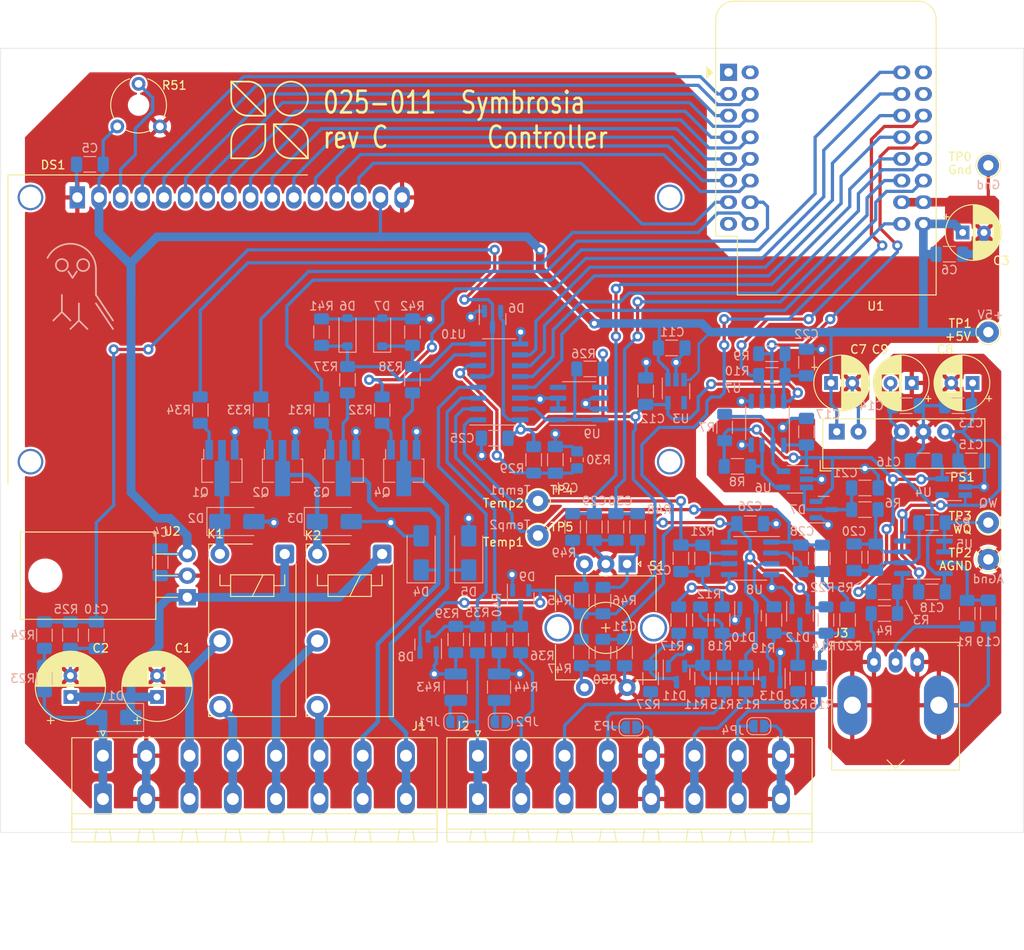
<source format=kicad_pcb>
(kicad_pcb (version 20221018) (generator pcbnew)
  (title_block (title "025-011 SymbCtrl PCB") (date "2021-12-05") (rev "New") (comment 1 "Andrew Cooper"))
  (layers (0 "F.Cu" signal) (31 "B.Cu" signal) (34 "B.Paste" user) (35 "F.Paste" user) (36 "B.SilkS" user "B.Silkscreen") (37 "F.SilkS" user "F.Silkscreen") (38 "B.Mask" user) (39 "F.Mask" user) (44 "Edge.Cuts" user))
  (net 0 "")
  (net 1 "Net-(U5B--)")
  (net 2 "GNDA")
  (net 3 "GND")
  (net 4 "+5VA")
  (net 5 "+12V")
  (net 6 "-5VA")
  (net 7 "/WQ")
  (net 8 "+5V")
  (net 9 "+3.3V")
  (net 10 "/3.3VA")
  (net 11 "Net-(D2-K)")
  (net 12 "Net-(D3-K)")
  (net 13 "Net-(D4-K)")
  (net 14 "T1amp")
  (net 15 "Net-(D5-K)")
  (net 16 "T2amp")
  (net 17 "Rly1")
  (net 18 "Rly2")
  (net 19 "T1in")
  (net 20 "T2in")
  (net 21 "Net-(D12A-COM)")
  (net 22 "Net-(DS1-VO)")
  (net 23 "DispD4")
  (net 24 "In1")
  (net 25 "In2")
  (net 26 "DispD5")
  (net 27 "Out1")
  (net 28 "Out2")
  (net 29 "EncB")
  (net 30 "EncA")
  (net 31 "EncPB")
  (net 32 "DispD6")
  (net 33 "DispD3")
  (net 34 "DispD2")
  (net 35 "DispD1")
  (net 36 "DispD0")
  (net 37 "DispE")
  (net 38 "DispRS")
  (net 39 "DispD7")
  (net 40 "Net-(J1-Pin_3)")
  (net 41 "Net-(J1-Pin_4)")
  (net 42 "Out1d")
  (net 43 "Out2d")
  (net 44 "Net-(J1-Pin_5)")
  (net 45 "Net-(J1-Pin_6)")
  (net 46 "Net-(J2-Pin_1)")
  (net 47 "Net-(J2-Pin_2)")
  (net 48 "Net-(J3-In)")
  (net 49 "Net-(JP1-B)")
  (net 50 "Net-(JP2-B)")
  (net 51 "Net-(Q1-B)")
  (net 52 "Net-(Q2-B)")
  (net 53 "VS")
  (net 54 "Net-(Q3-B)")
  (net 55 "Net-(Q4-B)")
  (net 56 "Net-(U6-SDA)")
  (net 57 "SupV")
  (net 58 "T1bias")
  (net 59 "T2bias")
  (net 60 "Net-(U6-SCL)")
  (net 61 "SDA")
  (net 62 "Net-(U5A-+)")
  (net 63 "Net-(U5B-+)")
  (net 64 "DispRW")
  (net 65 "SCL")
  (net 69 "MOSI")
  (net 70 "MISO")
  (net 71 "SPCK")
  (net 72 "Net-(D10A-COM)")
  (net 73 "Net-(C20-Pad1)")
  (net 74 "Net-(U10-Vref)")
  (net 75 "Net-(U10-CH5)")
  (net 76 "Net-(U8B--)")
  (net 77 "Net-(U8A--)")
  (net 78 "Net-(U8B-+)")
  (net 79 "Net-(U8A-+)")
  (net 80 "Net-(R23-Pad1)")
  (net 81 "Net-(R45-Pad1)")
  (net 82 "Net-(R46-Pad1)")
  (net 83 "Net-(R47-Pad1)")
  (net 85 "ADCS")
  (net 88 "Net-(D11A-COM)")
  (net 89 "Net-(D7A-COM)")
  (net 90 "Net-(D13A-COM)")
  (footprint "TestPoint:TestPoint_THTPad_D2.5mm_Drill1.2mm" (layer "F.Cu") (at 104.648 108.712)
    (fp_text reference "TP4")
    (fp_text value "Temp2")
  )
  (footprint "TestPoint:TestPoint_THTPad_D2.5mm_Drill1.2mm" (layer "F.Cu") (at 157.48 88.9)
    (fp_text reference "TP1")
    (fp_text value "+5V")
  )
  (footprint "TestPoint:TestPoint_THTPad_D2.5mm_Drill1.2mm" (layer "F.Cu") (at 157.48 111.252)
    (fp_text reference "TP3")
    (fp_text value "WQ")
  )
  (footprint "TestPoint:TestPoint_THTPad_D2.5mm_Drill1.2mm" (layer "F.Cu") (at 104.648 112.776)
    (fp_text reference "TP5")
    (fp_text value "Temp1")
  )
  (footprint "TestPoint:TestPoint_THTPad_D2.5mm_Drill1.2mm" (layer "F.Cu") (at 157.48 69.342)
    (fp_text reference "TP0")
    (fp_text value "Gnd")
  )
  (footprint "Relay_THT:Relay_SPST_TE_PCH-1xxx2M" (layer "F.Cu") (at 74.93 114.935 -90)
    (fp_text reference "K1")
    (fp_text value "TE_PCH-1xxx2M")
  )
  (footprint "Relay_THT:Relay_SPST_TE_PCH-1xxx2M" (layer "F.Cu") (at 86.36 114.935 -90)
    (fp_text reference "K2")
    (fp_text value "TE_PCH-1xxx2M")
  )
  (footprint "MountingHole:MountingHole_3.5mm" (layer "F.Cu") (at 45.6 143.6)
    (fp_text reference "H4" hide)
    (fp_text value "MountingHole" hide)
  )
  (footprint "MountingHole:MountingHole_3.5mm" (layer "F.Cu") (at 157.6 143.6)
    (fp_text reference "H3" hide)
    (fp_text value "MountingHole" hide)
  )
  (footprint "MountingHole:MountingHole_3.5mm" (layer "F.Cu") (at 45.6 59.6)
    (fp_text reference "H1" hide)
    (fp_text value "MountingHole" hide)
  )
  (footprint "MountingHole:MountingHole_3.5mm" (layer "F.Cu") (at 157.6 59.6)
    (fp_text reference "H2" hide)
    (fp_text value "MountingHole" hide)
  )
  (footprint "Package_TO_SOT_THT:TO-220-3_Horizontal_TabDown" (layer "F.Cu") (at 63.5 120.015 90)
    (fp_text reference "U2")
    (fp_text value "L7805")
  )
  (footprint "Andrew:BNC_Amphenol_B6252HB_Reversible" (layer "F.Cu") (at 146.6 127.6 180)
    (fp_text reference "J3")
    (fp_text value "PH")
  )
  (footprint "Controller:PhoenixContact_MSTBA_2,5_8-G-5,08_1x08_P5.08mm_Horizontal" (layer "F.Cu") (at 53.6 138.6)
    (fp_text reference "J1")
    (fp_text value "Screw_Terminal_01x08")
  )
  (footprint "Controller:PhoenixContact_MSTBA_2,5_8-G-5,08_1x08_P5.08mm_Horizontal" (layer "F.Cu") (at 97.6 138.6)
    (fp_text reference "J2")
    (fp_text value "Screw_Terminal_01x08")
  )
  (footprint "Controller:WC1602A" (layer "F.Cu") (at 50.6 73.1)
    (fp_text reference "DS1")
    (fp_text value "LCD Display")
  )
  (footprint "Capacitor_THT:CP_Radial_D6.3mm_P2.50mm" (layer "F.Cu") (at 155.637113 94.867 180)
    (fp_text reference "C8")
    (fp_text value "47uF")
  )
  (footprint "Capacitor_THT:CP_Radial_D8.0mm_P2.50mm" (layer "F.Cu") (at 49.784 131.708651 90)
    (fp_text reference "C2")
    (fp_text value "47uF" hide)
  )
  (footprint "Capacitor_THT:CP_Radial_D6.3mm_P2.50mm" (layer "F.Cu") (at 154.472 77.216)
    (fp_text reference "C3")
    (fp_text value "47uF" hide)
  )
  (footprint "Converter_DCDC:Converter_DCDC_XP_POWER-IAxxxxS_THT" (layer "F.Cu") (at 139.7 100.584 90)
    (fp_text reference "PS1")
    (fp_text value "IA1205S")
  )
  (footprint "Capacitor_THT:CP_Radial_D6.3mm_P2.50mm" (layer "F.Cu") (at 139.025621 94.867)
    (fp_text reference "C7")
    (fp_text value "47uF")
  )
  (footprint "Capacitor_THT:CP_Radial_D6.3mm_P2.50mm" (layer "F.Cu") (at 148.50238 94.867 180)
    (fp_text reference "C9")
    (fp_text value "47uF")
  )
  (footprint "PCB:SymbrosiaLogo" (layer "F.Cu") (at 73.152 64.008)
    (fp_text reference "REF**" hide)
    (fp_text value "SymbrosiaLogo" hide)
  )
  (footprint "Capacitor_THT:CP_Radial_D8.0mm_P2.50mm" (layer "F.Cu") (at 59.944 131.708651 90)
    (fp_text reference "C1")
    (fp_text value "47uF" hide)
  )
  (footprint "TestPoint:TestPoint_THTPad_D2.5mm_Drill1.2mm" (layer "F.Cu") (at 157.48 115.57)
    (fp_text reference "TP2")
    (fp_text value "AGND")
  )
  (footprint "Andrew:WEMOS S2 Mini" (layer "F.Cu") (at 127 58.42)
    (fp_text reference "U1")
    (fp_text value "WeMos S3 Mini")
  )
  (footprint "Rotary_Encoder:RotaryEncoder_Alps_EC11E-Switch_Vertical_H20mm_CircularMountingHoles" (layer "F.Cu") (at 115.1 116.1 -90)
    (fp_text reference "S1")
    (fp_text value "RotaryEncoder_Switch")
  )
  (footprint "Potentiometer_THT:Potentiometer_Piher_PT-6-V_Vertical_Hole" (layer "F.Cu") (at 60.285 64.77 90)
    (fp_text reference "R51")
    (fp_text value "10k")
  )
  (footprint "Resistor_SMD:R_1206_3216Metric_Pad1.30x1.75mm_HandSolder" (layer "B.Cu") (at 109.728 126.492 90)
    (fp_text reference "R47")
    (fp_text value "10k")
  )
  (footprint "Capacitor_SMD:C_1206_3216Metric_Pad1.33x1.80mm_HandSolder" (layer "B.Cu") (at 111.252 111.76 -90)
    (fp_text reference "C29")
    (fp_text value "10n")
  )
  (footprint "Capacitor_SMD:C_1206_3216Metric_Pad1.33x1.80mm_HandSolder" (layer "B.Cu") (at 113.792 111.76 -90)
    (fp_text reference "C30")
    (fp_text value "10n")
  )
  (footprint "Capacitor_SMD:C_1206_3216Metric_Pad1.33x1.80mm_HandSolder" (layer "B.Cu") (at 114.808 126.492 -90)
    (fp_text reference "C31")
    (fp_text value "10n")
  )
  (footprint "Resistor_SMD:R_1206_3216Metric_Pad1.30x1.75mm_HandSolder" (layer "B.Cu") (at 116.332 111.76 -90)
    (fp_text reference "R48")
    (fp_text value "10k")
  )
  (footprint "Resistor_SMD:R_1206_3216Metric_Pad1.30x1.75mm_HandSolder" (layer "B.Cu") (at 108.712 111.76 -90)
    (fp_text reference "R49")
    (fp_text value "10k")
  )
  (footprint "Resistor_SMD:R_1206_3216Metric_Pad1.30x1.75mm_HandSolder" (layer "B.Cu") (at 112.268 126.492 90)
    (fp_text reference "R50")
    (fp_text value "10k")
  )
  (footprint "Capacitor_SMD:C_1206_3216Metric_Pad1.33x1.80mm_HandSolder" (layer "B.Cu") (at 52.07 69.215 180)
    (fp_text reference "C5")
    (fp_text value "100n")
  )
  (footprint "Diode_SMD:D_SMA" (layer "B.Cu") (at 54.864 134.112 180)
    (fp_text reference "D1")
    (fp_text value "US1A" hide)
  )
  (footprint "Capacitor_SMD:C_1206_3216Metric_Pad1.33x1.80mm_HandSolder" (layer "B.Cu") (at 60.325 115.9125 -90)
    (fp_text reference "C4")
    (fp_text value "100n")
  )
  (footprint "Diode_SMD:D_SMA" (layer "B.Cu") (at 69.31 111.125)
    (fp_text reference "D2")
    (fp_text value "US1A")
  )
  (footprint "Diode_SMD:D_SMA" (layer "B.Cu") (at 90.932 114.808 90)
    (fp_text reference "D4")
    (fp_text value "US1A")
  )
  (footprint "Resistor_SMD:R_1206_3216Metric_Pad1.30x1.75mm_HandSolder" (layer "B.Cu") (at 123.698 122.682 90)
    (fp_text reference "R12")
    (fp_text value "3.24k")
  )
  (footprint "Resistor_SMD:R_1206_3216Metric_Pad1.30x1.75mm_HandSolder" (layer "B.Cu") (at 126.238 122.682 90)
    (fp_text reference "R18")
    (fp_text value "10k")
  )
  (footprint "Resistor_SMD:R_1206_3216Metric_Pad1.30x1.75mm_HandSolder" (layer "B.Cu") (at 121.158 122.682 90)
    (fp_text reference "R17")
    (fp_text value "10k")
  )
  (footprint "Resistor_SMD:R_1206_3216Metric_Pad1.30x1.75mm_HandSolder" (layer "B.Cu") (at 138.0105 115.443 90)
    (fp_text reference "R22")
    (fp_text value "332k")
  )
  (footprint "Resistor_SMD:R_1206_3216Metric_Pad1.30x1.75mm_HandSolder" (layer "B.Cu") (at 72.136 98.044 -90)
    (fp_text reference "R33")
    (fp_text value "1k")
  )
  (footprint "Capacitor_SMD:C_1206_3216Metric_Pad1.33x1.80mm_HandSolder" (layer "B.Cu") (at 135.4705 115.443 -90)
    (fp_text reference "C28")
    (fp_text value "na")
  )
  (footprint "Resistor_SMD:R_1206_3216Metric_Pad1.30x1.75mm_HandSolder" (layer "B.Cu") (at 65.024 98.044 -90)
    (fp_text reference "R34")
    (fp_text value "1k")
  )
  (footprint "Resistor_SMD:R_1206_3216Metric_Pad1.30x1.75mm_HandSolder" (layer "B.Cu") (at 123.952 129.54 -90)
    (fp_text reference "R11")
    (fp_text value "3.24k")
  )
  (footprint "Resistor_SMD:R_1206_3216Metric_Pad1.30x1.75mm_HandSolder" (layer "B.Cu") (at 109.728 120.396 -90)
    (fp_text reference "R45")
    (fp_text value "10k")
  )
  (footprint "Resistor_SMD:R_1206_3216Metric_Pad1.30x1.75mm_HandSolder" (layer "B.Cu") (at 112.268 120.396 -90)
    (fp_text reference "R46")
    (fp_text value "10k")
  )
  (footprint "Resistor_SMD:R_1206_3216Metric_Pad1.30x1.75mm_HandSolder" (layer "B.Cu") (at 94.996 124.968 90)
    (fp_text reference "R39")
    (fp_text value "3.01k")
  )
  (footprint "Resistor_SMD:R_1206_3216Metric_Pad1.30x1.75mm_HandSolder" (layer "B.Cu") (at 97.536 124.994 -90)
    (fp_text reference "R35")
    (fp_text value "10k")
  )
  (footprint "Resistor_SMD:R_1210_3225Metric_Pad1.30x2.65mm_HandSolder" (layer "B.Cu") (at 94.996 130.556 -90)
    (fp_text reference "R43")
    (fp_text value "249")
  )
  (footprint "Resistor_SMD:R_1206_3216Metric_Pad1.30x1.75mm_HandSolder" (layer "B.Cu") (at 126.492 129.54 90)
    (fp_text reference "R15")
    (fp_text value "82.5")
  )
  (footprint "Diode_SMD:D_SMA" (layer "B.Cu") (at 96.52 114.808 90)
    (fp_text reference "D5")
    (fp_text value "US1A")
  )
  (footprint "Capacitor_SMD:C_1206_3216Metric_Pad1.33x1.80mm_HandSolder" (layer "B.Cu") (at 52.832 124.46 -90)
    (fp_text reference "C10")
    (fp_text value "10nF")
  )
  (footprint "Jumper:SolderJumper-2_P1.3mm_Open_RoundedPad1.0x1.5mm" (layer "B.Cu") (at 115.57 135.255 180)
    (fp_text reference "JP3")
    (fp_text value "T1 2/3Wire")
  )
  (footprint "Resistor_SMD:R_1206_3216Metric_Pad1.30x1.75mm_HandSolder" (layer "B.Cu") (at 102.616 124.968 -90)
    (fp_text reference "R36")
    (fp_text value "10k")
  )
  (footprint "Jumper:SolderJumper-2_P1.3mm_Open_RoundedPad1.0x1.5mm" (layer "B.Cu") (at 94.996 134.62 180)
    (fp_text reference "JP1")
    (fp_text value "In1 4-20")
  )
  (footprint "Jumper:SolderJumper-2_P1.3mm_Open_RoundedPad1.0x1.5mm" (layer "B.Cu") (at 100.218 134.62 180)
    (fp_text reference "JP2")
    (fp_text value "In2 4-20")
  )
  (footprint "Resistor_SMD:R_1206_3216Metric_Pad1.30x1.75mm_HandSolder" (layer "B.Cu") (at 49.784 124.46 90)
    (fp_text reference "R25")
    (fp_text value "3.24k")
  )
  (footprint "Resistor_SMD:R_1206_3216Metric_Pad1.30x1.75mm_HandSolder" (layer "B.Cu") (at 46.736 129.54 -90)
    (fp_text reference "R23")
    (fp_text value "10k")
  )
  (footprint "Resistor_SMD:R_1206_3216Metric_Pad1.30x1.75mm_HandSolder" (layer "B.Cu") (at 46.736 124.46 -90)
    (fp_text reference "R24")
    (fp_text value "10k")
  )
  (footprint "Resistor_SMD:R_1210_3225Metric_Pad1.30x2.65mm_HandSolder" (layer "B.Cu") (at 100.076 130.556 -90)
    (fp_text reference "R44")
    (fp_text value "249")
  )
  (footprint "Diode_SMD:D_SMA" (layer "B.Cu") (at 80.74 111.125)
    (fp_text reference "D3")
    (fp_text value "US1A")
  )
  (footprint "Resistor_SMD:R_1206_3216Metric_Pad1.30x1.75mm_HandSolder" (layer "B.Cu") (at 100.076 124.968 90)
    (fp_text reference "R40")
    (fp_text value "3.01k")
  )
  (footprint "Capacitor_SMD:C_1206_3216Metric_Pad1.33x1.80mm_HandSolder" (layer "B.Cu") (at 117.282 95.838 90)
    (fp_text reference "C12")
    (fp_text value "100nF")
  )
  (footprint "Capacitor_SMD:C_1206_3216Metric_Pad1.33x1.80mm_HandSolder" (layer "B.Cu") (at 121.412 115.443 -90)
    (fp_text reference "C27")
    (fp_text value "na")
  )
  (footprint "Capacitor_SMD:C_1206_3216Metric_Pad1.33x1.80mm_HandSolder" (layer "B.Cu") (at 152.908 79.756)
    (fp_text reference "C6")
    (fp_text value "100n")
  )
  (footprint "Package_SO:SOIC-8_3.9x4.9mm_P1.27mm" (layer "B.Cu") (at 149.86 115.316 180)
    (fp_text reference "U5")
    (fp_text value "OPA2991")
  )
  (footprint "Resistor_SMD:R_1206_3216Metric_Pad1.30x1.75mm_HandSolder" (layer "B.Cu") (at 132.334 122.682 90)
    (fp_text reference "R19")
    (fp_text value "10k")
  )
  (footprint "Resistor_SMD:R_1206_3216Metric_Pad1.30x1.75mm_HandSolder" (layer "B.Cu") (at 117.856 129.54 90)
    (fp_text reference "R27")
    (fp_text value "1k")
  )
  (footprint "Package_TO_SOT_SMD:SOT-23" (layer "B.Cu") (at 102.616 120.142 -90)
    (fp_text reference "D9")
    (fp_text value "BAT54")
  )
  (footprint "Capacitor_SMD:C_1206_3216Metric_Pad1.33x1.80mm_HandSolder" (layer "B.Cu") (at 147.828 97.536 180)
    (fp_text reference "C14")
    (fp_text value "100n")
  )
  (footprint "Resistor_SMD:R_1206_3216Metric_Pad1.30x1.75mm_HandSolder" (layer "B.Cu") (at 89.916 94.488 -90)
    (fp_text reference "R38")
    (fp_text value "10k")
  )
  (footprint "Resistor_SMD:R_1206_3216Metric_Pad1.30x1.75mm_HandSolder" (layer "B.Cu") (at 144.272 115.316 90)
    (fp_text reference "R5")
    (fp_text value "10k")
  )
  (footprint "Capacitor_SMD:C_1206_3216Metric_Pad1.33x1.80mm_HandSolder" (layer "B.Cu") (at 149.8985 104.011 180)
    (fp_text reference "C16")
    (fp_text value "100nF")
  )
  (footprint "Resistor_SMD:R_1206_3216Metric_Pad1.30x1.75mm_HandSolder" (layer "B.Cu") (at 137.668 129.54 90)
    (fp_text reference "R16")
    (fp_text value "82.5")
  )
  (footprint "Package_SO:SOIC-8_3.9x4.9mm_P1.27mm" (layer "B.Cu") (at 109.474 97.282)
    (fp_text reference "U9")
    (fp_text value "TL431D")
  )
  (footprint "Capacitor_SMD:C_1206_3216Metric_Pad1.33x1.80mm_HandSolder" (layer "B.Cu") (at 157.48 121.92 -90)
    (fp_text reference "C19")
    (fp_text value "10n")
  )
  (footprint "Resistor_SMD:R_1206_3216Metric_Pad1.30x1.75mm_HandSolder" (layer "B.Cu") (at 123.952 115.443 90)
    (fp_text reference "R21")
    (fp_text value "332k")
  )
  (footprint "Package_TO_SOT_SMD:SOT-23" (layer "B.Cu") (at 99.314 87.376 -90)
    (fp_text reference "D6")
    (fp_text value "BAT54")
  )
  (footprint "Resistor_SMD:R_1206_3216Metric_Pad1.30x1.75mm_HandSolder" (layer "B.Cu") (at 89.916 88.9 -90)
    (fp_text reference "R42")
    (fp_text value "3.24k")
  )
  (footprint "Package_TO_SOT_SMD:SOT-23" (layer "B.Cu") (at 132.08 129.032 90)
    (fp_text reference "D13")
    (fp_text value "BAT54")
  )
  (footprint "Package_TO_SOT_SMD:SOT-23" (layer "B.Cu") (at 135.382 122.174 -90)
    (fp_text reference "D12")
    (fp_text value "BAT54")
  )
  (footprint "Package_TO_SOT_SMD:SOT-23-5_HandSoldering" (layer "B.Cu") (at 153.416 107.059 180)
    (fp_text reference "U4")
    (fp_text value "MIC5504-3.3YM5")
  )
  (footprint "Jumper:SolderJumper-2_P1.3mm_Open_RoundedPad1.0x1.5mm" (layer "B.Cu") (at 130.556 135.128 180)
    (fp_text reference "JP4")
    (fp_text value "T2 2/3Wire")
  )
  (footprint "Resistor_SMD:R_1206_3216Metric_Pad1.30x1.75mm_HandSolder" (layer "B.Cu") (at 104.14 103.886 90)
    (fp_text reference "R29")
    (fp_text value "10k")
  )
  (footprint "Resistor_SMD:R_1206_3216Metric_Pad1.30x1.75mm_HandSolder" (layer "B.Cu") (at 79.248 98.044 -90)
    (fp_text reference "R31")
    (fp_text value "1k")
  )
  (footprint "Capacitor_SMD:C_1206_3216Metric_Pad1.33x1.80mm_HandSolder" (layer "B.Cu") (at 99.568 101.346 180)
    (fp_text reference "C25")
    (fp_text value "100n")
  )
  (footprint "Resistor_SMD:R_1206_3216Metric_Pad1.30x1.75mm_HandSolder" (layer "B.Cu") (at 110.744 93.218 180)
    (fp_text reference "R26")
    (fp_text value "331")
  )
  (footprint "Resistor_SMD:R_1206_3216Metric_Pad1.30x1.75mm_HandSolder" (layer "B.Cu") (at 132.08 93.98 180)
    (fp_text reference "R10")
    (fp_text value "3.24k")
  )
  (footprint "Package_SO:SOIC-8_3.9x4.9mm_P1.27mm" (layer "B.Cu") (at 129.54 115.443 180)
    (fp_text reference "U8")
    (fp_text value "OPA2991")
  )
  (footprint "Resistor_SMD:R_1206_3216Metric_Pad1.30x1.75mm_HandSolder" (layer "B.Cu") (at 150.876 111.252)
    (fp_text reference "R2")
    (fp_text value "3.24k")
  )
  (footprint "Resistor_SMD:R_1206_3216Metric_Pad1.30x1.75mm_HandSolder" (layer "B.Cu") (at 145.288 119.38)
    (fp_text reference "R3")
    (fp_text value "10k")
  )
  (footprint "Diode_SMD:D_SOD-123" (layer "B.Cu") (at 86.36 88.9 90)
    (fp_text reference "D7")
    (fp_text value "3V")
  )
  (footprint "Diode_SMD:D_SOD-123" (layer "B.Cu") (at 82.296 88.9 90)
    (fp_text reference "D6")
    (fp_text value "3V")
  )
  (footprint "Capacitor_SMD:C_1206_3216Metric_Pad1.33x1.80mm_HandSolder" (layer "B.Cu") (at 153.924 97.536 180)
    (fp_text reference "C13")
    (fp_text value "100n")
  )
  (footprint "Resistor_SMD:R_1206_3216Metric_Pad1.30x1.75mm_HandSolder" (layer "B.Cu") (at 82.296 94.488 -90)
    (fp_text reference "R37")
    (fp_text value "10k")
  )
  (footprint "Resistor_SMD:R_1206_3216Metric_Pad1.30x1.75mm_HandSolder" (layer "B.Cu") (at 155 121.92 -90)
    (fp_text reference "R1")
    (fp_text value "1k")
  )
  (footprint "Resistor_SMD:R_1206_3216Metric_Pad1.30x1.75mm_HandSolder" (layer "B.Cu") (at 140.97 122.682 90)
    (fp_text reference "R20")
    (fp_text value "10k")
  )
  (footprint "Resistor_SMD:R_1206_3216Metric_Pad1.30x1.75mm_HandSolder" (layer "B.Cu") (at 132.08 91.44 180)
    (fp_text reference "R9")
    (fp_text value "3.24k")
  )
  (footprint "Resistor_SMD:R_1206_3216Metric_Pad1.30x1.75mm_HandSolder" (layer "B.Cu") (at 135.128 129.54 90)
    (fp_text reference "R28")
    (fp_text value "1k")
  )
  (footprint "Package_TO_SOT_SMD:SOT-23" (layer "B.Cu") (at 120.904 129.032 -90)
    (fp_text reference "D11")
    (fp_text value "BAT54")
  )
  (footprint "Resistor_SMD:R_1206_3216Metric_Pad1.30x1.75mm_HandSolder" (layer "B.Cu") (at 79.248 88.9 -90)
    (fp_text reference "R41")
    (fp_text value "3.24k")
  )
  (footprint "Package_SO:SO-8_3.9x4.9mm_P1.27mm" (layer "B.Cu") (at 131.572 99.568 90)
    (fp_text reference "U7")
    (fp_text value "ISO1640BDR")
  )
  (footprint "Package_TO_SOT_SMD:SOT-23-5_HandSoldering" (layer "B.Cu") (at 120.838 95.838 -90)
    (fp_text reference "U3")
    (fp_text value "MIC5504-3.3YM5")
  )
  (footprint "Capacitor_SMD:C_1206_3216Metric_Pad1.33x1.80mm_HandSolder" (layer "B.Cu") (at 143.002 107.188)
    (fp_text reference "C21")
    (fp_text value "10nF")
  )
  (footprint "Package_TO_SOT_SMD:SOT-23" (layer "B.Cu") (at 129.286 122.174 -90)
    (fp_text reference "D10")
    (fp_text value "BAT54")
  )
  (footprint "Capacitor_SMD:C_1206_3216Metric_Pad1.33x1.80mm_HandSolder" (layer "B.Cu") (at 150.876 119.38)
    (fp_text reference "C18")
    (fp_text value "100n")
  )
  (footprint "Capacitor_SMD:C_1206_3216Metric_Pad1.33x1.80mm_HandSolder" (layer "B.Cu") (at 136.144 100.584 90)
    (fp_text reference "C17")
    (fp_text value "100nF")
  )
  (footprint "Package_SO:SOIC-16_3.9x9.9mm_P1.27mm" (layer "B.Cu") (at 100.076 94.742)
    (fp_text reference "U10")
    (fp_text value "MCP3208")
  )
  (footprint "Resistor_SMD:R_1206_3216Metric_Pad1.30x1.75mm_HandSolder" (layer "B.Cu") (at 126.544 100.076 90)
    (fp_text reference "R7")
    (fp_text value "3.24k")
  )
  (footprint "Capacitor_SMD:C_1206_3216Metric_Pad1.33x1.80mm_HandSolder" (layer "B.Cu") (at 136.144 92.456 90)
    (fp_text reference "C22")
    (fp_text value "100nF")
  )
  (footprint "Capacitor_SMD:C_1206_3216Metric_Pad1.33x1.80mm_HandSolder" (layer "B.Cu") (at 120.33 90.758)
    (fp_text reference "C11")
    (fp_text value "100nF")
  )
  (footprint "Resistor_SMD:R_0805_2012Metric_Pad1.20x1.40mm_HandSolder" (layer "B.Cu") (at 109.22 103.886 90)
    (fp_text reference "R30")
    (fp_text value "10k")
  )
  (footprint "Resistor_SMD:R_1206_3216Metric_Pad1.30x1.75mm_HandSolder" (layer "B.Cu") (at 143.002 109.728)
    (fp_text reference "R6")
    (fp_text value "1k")
  )
  (footprint "Capacitor_SMD:C_1206_3216Metric_Pad1.33x1.80mm_HandSolder" (layer "B.Cu") (at 106.68 103.886 90)
    (fp_text reference "C24")
    (fp_text value "100n")
  )
  (footprint "Resistor_SMD:R_1206_3216Metric_Pad1.30x1.75mm_HandSolder" (layer "B.Cu") (at 138.43 122.682 -90)
    (fp_text reference "R14")
    (fp_text value "3.24k")
  )
  (footprint "Resistor_SMD:R_1206_3216Metric_Pad1.30x1.75mm_HandSolder" (layer "B.Cu") (at 128.042 104.648)
    (fp_text reference "R8")
    (fp_text value "3.24k")
  )
  (footprint "Package_TO_SOT_SMD:SOT-23" (layer "B.Cu") (at 138.176 109.728)
    (fp_text reference "D7")
    (fp_text value "BAT54")
  )
  (footprint "Package_TO_SOT_SMD:SOT-23-5_HandSoldering" (layer "B.Cu") (at 134.794 106.172 180)
    (fp_text reference "U6")
    (fp_text value "MCP3021")
  )
  (footprint "Capacitor_SMD:C_1206_3216Metric_Pad1.33x1.80mm_HandSolder" (layer "B.Cu") (at 129.54 111.379)
    (fp_text reference "C26")
    (fp_text value "100n")
  )
  (footprint "Resistor_SMD:R_1206_3216Metric_Pad1.30x1.75mm_HandSolder" (layer "B.Cu") (at 86.36 98.044 -90)
    (fp_text reference "R32")
    (fp_text value "1k")
  )
  (footprint "PCB:LittleOwl" (layer "B.Cu") (at 49.784 81.534 180)
    (fp_text reference "REF**" hide)
    (fp_text value "LittleOwl")
  )
  (footprint "Package_TO_SOT_SMD:SOT-89-3_Handsoldering" (layer "B.Cu") (at 74.676 105.156 -90)
    (fp_text reference "Q2")
    (fp_text value "BCX56")
  )
  (footprint "Resistor_SMD:R_1206_3216Metric_Pad1.30x1.75mm_HandSolder" (layer "B.Cu") (at 129.032 129.54 -90)
    (fp_text reference "R13")
    (fp_text value "3.24k")
  )
  (footprint "Package_TO_SOT_SMD:SOT-89-3_Handsoldering" (layer "B.Cu") (at 88.9 105.156 -90)
    (fp_text reference "Q4")
    (fp_text value "BCX56")
  )
  (footprint "Resistor_SMD:R_1206_3216Metric_Pad1.30x1.75mm_HandSolder" (layer "B.Cu") (at 145.288 121.92 180)
    (fp_text reference "R4")
    (fp_text value "1.2k")
  )
  (footprint "Package_TO_SOT_SMD:SOT-23" (layer "B.Cu") (at 91.76 125.5545 90)
    (fp_text reference "D8")
    (fp_text value "BAT54")
  )
  (footprint "Package_TO_SOT_SMD:SOT-89-3_Handsoldering" (layer "B.Cu") (at 81.788 105.156 -90)
    (fp_text reference "Q3")
    (fp_text value "BCX56")
  )
  (footprint "Capacitor_SMD:C_1206_3216Metric_Pad1.33x1.80mm_HandSolder" (layer "B.Cu") (at 141.732 115.316 -90)
    (fp_text reference "C20")
    (fp_text value "na")
  )
  (footprint "Package_TO_SOT_SMD:SOT-89-3_Handsoldering" (layer "B.Cu") (at 67.564 105.156 -90)
    (fp_text reference "Q1")
    (fp_text value "BCX56")
  )
  (footprint "Capacitor_SMD:C_1206_3216Metric_Pad1.33x1.80mm_HandSolder" (layer "B.Cu") (at 155.4865 104.011)
    (fp_text reference "C15")
    (fp_text value "100nF")
  )
  (gr_line (start 148.59 121.92) (end 147.828 120.396) (stroke (width 0.12)) (layer "B.SilkS"))
  (gr_line (start 141.732 118.618) (end 143.51 117.602) (stroke (width 0.12)) (layer "B.SilkS"))
  (gr_line (start 161.6 147.6) (end 41.6 147.6) (stroke (width 0.05)) (layer "Edge.Cuts"))
  (gr_line (start 41.6 147.6) (end 41.6 55.6) (stroke (width 0.05)) (layer "Edge.Cuts"))
  (gr_line (start 41.6 55.6) (end 161.6 55.6) (stroke (width 0.05)) (layer "Edge.Cuts"))
  (gr_line (start 161.6 55.6) (end 161.6 147.6) (stroke (width 0.05)) (layer "Edge.Cuts"))
  (gr_text "025-011  Symbrosia\nrev C        Controller   " (at 79.248 64.008) (layer "F.SilkS") (effects (font (size 2.54 1.905) (thickness 0.3)) (justify left)))
  (segment (start 148.717 115.951) (end 149.352 115.316) (width 0.381) (layer "B.Cu") (net 1))
  (segment (start 147.385 115.951) (end 148.717 115.951) (width 0.381) (layer "B.Cu") (net 1))
  (segment (start 144.272 116.866) (end 141.7445 116.866) (width 0.381) (layer "B.Cu") (net 1))
  (segment (start 141.7445 116.866) (end 141.732 116.8785) (width 0.381) (layer "B.Cu") (net 1))
  (segment (start 147.385 115.951) (end 145.187 115.951) (width 0.381) (layer "B.Cu") (net 1))
  (segment (start 149.352 115.316) (end 149.352 111.278) (width 0.381) (layer "B.Cu") (net 1))
  (segment (start 149.352 111.278) (end 149.326 111.252) (width 0.381) (layer "B.Cu") (net 1))
  (segment (start 145.187 115.951) (end 144.272 116.866) (width 0.381) (layer "B.Cu") (net 1))
  (via (at 137.922 106.172) (size 1.2) (drill 0.6) (layers "F.Cu" "B.Cu") (net 2))
  (via (at 138.684 111.506) (size 1.2) (drill 0.6) (layers "F.Cu" "B.Cu") (net 2))
  (via (at 133.35 100.076) (size 1.2) (drill 0.6) (layers "F.Cu" "B.Cu") (net 2))
  (via (at 128.559 102.143) (size 1.2) (drill 0.6) (layers "F.Cu" "B.Cu") (net 2))
  (via (at 156.972 107.059) (size 1.2) (drill 0.6) (layers "F.Cu" "B.Cu") (net 2))
  (via (at 143.002 104.902) (size 1.2) (drill 0.6) (layers "F.Cu" "B.Cu") (net 2))
  (segment (start 144.5645 107.188) (end 144.5645 105.7025) (width 0.381) (layer "B.Cu") (net 2))
  (segment (start 129.667 102.143) (end 128.559 102.143) (width 0.381) (layer "B.Cu") (net 2))
  (segment (start 149.86 98.0055) (end 149.3905 97.536) (width 0.381) (layer "B.Cu") (net 2))
  (segment (start 143.738 123.926) (end 144.06 124.248) (width 0.381) (layer "B.Cu") (net 2))
  (segment (start 133.35 100.076) (end 134.4045 99.0215) (width 0.381) (layer "B.Cu") (net 2))
  (segment (start 149.3905 97.536) (end 152.3615 97.536) (width 0.381) (layer "B.Cu") (net 2))
  (segment (start 137.2385 110.678) (end 137.856 110.678) (width 0.381) (layer "B.Cu") (net 2))
  (segment (start 149.86 102.487) (end 149.86 100.584) (width 0.381) (layer "B.Cu") (net 2))
  (segment (start 149.14 127.6) (end 149.14 127.466) (width 0.381) (layer "B.Cu") (net 2))
  (segment (start 144.06 124.248) (end 144.06 127.6) (width 0.381) (layer "B.Cu") (net 2))
  (segment (start 148.336 104.011) (end 149.86 102.487) (width 0.381) (layer "B.Cu") (net 2))
  (segment (start 154.766 107.059) (end 156.972 107.059) (width 0.381) (layer "B.Cu") (net 2))
  (segment (start 143.738 121.92) (end 143.738 123.926) (width 0.381) (layer "B.Cu") (net 2))
  (segment (start 144.5645 105.7025) (end 143.764 104.902) (width 0.381) (layer "B.Cu") (net 2))
  (segment (start 137.856 110.678) (end 138.684 111.506) (width 0.381) (layer "B.Cu") (net 2))
  (segment (start 157.049 104.011) (end 157.049 106.982) (width 0.381) (layer "B.Cu") (net 2))
  (segment (start 155.102 132.68) (end 151.68 132.68) (width 0.381) (layer "B.Cu") (net 2))
  (segment (start 143.764 104.902) (end 143.002 104.902) (width 0.381) (layer "B.Cu") (net 2))
  (segment (start 136.144 106.172) (end 137.922 106.172) (width 0.381) (layer "B.Cu") (net 2))
  (segment (start 149.86 100.584) (end 149.86 98.0055) (width 0.381) (layer "B.Cu") (net 2))
  (segment (start 157.48 123.4825) (end 157.48 130.302) (width 0.381) (layer "B.Cu") (net 2))
  (segment (start 128.524 102.108) (end 128.559 102.143) (width 0.381) (layer "B.Cu") (net 2))
  (segment (start 157.48 130.302) (end 155.102 132.68) (width 0.381) (layer "B.Cu") (net 2))
  (segment (start 157.049 106.982) (end 156.972 107.059) (width 0.381) (layer "B.Cu") (net 2))
  (segment (start 134.4045 99.0215) (end 136.144 99.0215) (width 0.381) (layer "B.Cu") (net 2))
  (segment (start 157.48 69.342) (end 157.48 73.66) (width 0.381) (layer "F.Cu") (net 3))
  (segment (start 157.48 73.66) (end 156.464 73.66) (width 0.381) (layer "F.Cu") (net 3))
  (segment (start 147.32 73.66) (end 156.464 73.66) (width 1.016) (layer "F.Cu") (net 3))
  (via (at 120.838 92.456) (size 1.2) (drill 0.6) (layers "F.Cu" "B.Cu") (net 3))
  (via (at 91.948 87.376) (size 1.2) (drill 0.6) (layers "F.Cu" "B.Cu") (net 3))
  (via (at 128.524 97.028) (size 1.2) (drill 0.6) (layers "F.Cu" "B.Cu") (net 3))
  (via (at 133.096 126.492) (size 1.2) (drill 0.6) (layers "F.Cu" "B.Cu") (net 3))
  (via (at 87.376 111.252) (size 1.2) (drill 0.6) (layers "F.Cu" "B.Cu") (net 3))
  (via (at 132.588 111.379) (size 1.2) (drill 0.6) (layers "F.Cu" "B.Cu") (net 3))
  (via (at 73.66 111.252) (size 1.2) (drill 0.6) (layers "F.Cu" "B.Cu") (net 3))
  (via (at 102.616 88.9) (size 1.2) (drill 0.6) (layers "F.Cu" "B.Cu") (net 3))
  (via (at 106.68 100.838) (size 1.2) (drill 0.6) (layers "F.Cu" "B.Cu") (net 3))
  (via (at 76.2 100.584) (size 1.2) (drill 0.6) (layers "F.Cu" "B.Cu") (net 3))
  (via (at 104.902 96.774) (size 1.2) (drill 0.6) (layers "F.Cu" "B.Cu") (net 3))
  (via (at 117.348 92.456) (size 1.2) (drill 0.6) (layers "F.Cu" "B.Cu") (net 3))
  (via (at 92.482 129.006) (size 1.2) (drill 0.6) (layers "F.Cu" "B.Cu") (net 3))
  (via (at 96.774 87.122) (size 1.2) (drill 0.6) (layers "F.Cu" "B.Cu") (net 3))
  (via (at 137.922 90.932) (size 1.2) (drill 0.6) (layers "F.Cu" "B.Cu") (net 3))
  (via (at 98.044 103.378) (size 1.2) (drill 0.6) (layers "F.Cu" "B.Cu") (net 3))
  (via (at 69.088 100.584) (size 1.2) (drill 0.6) (layers "F.Cu" "B.Cu") (net 3))
  (via (at 132.08 118.872) (size 1.2) (drill 0.6) (layers "F.Cu" "B.Cu") (net 3))
  (via (at 83.288 100.584) (size 1.2) (drill 0.6) (layers "F.Cu" "B.Cu") (net 3))
  (via (at 110.236 97.282) (size 1.2) (drill 0.6) (layers "F.Cu" "B.Cu") (net 3))
  (via (at 102.5 129) (size 1.2) (drill 0.6) (layers "F.Cu" "B.Cu") (net 3))
  (via (at 90.4 100.584) (size 1.2) (drill 0.6) (layers "F.Cu" "B.Cu") (net 3))
  (via (at 122.428 125.984) (size 1.2) (drill 0.6) (layers "F.Cu" "B.Cu") (net 3))
  (via (at 96.52 110.744) (size 1.2) (drill 0.6) (layers "F.Cu" "B.Cu") (net 3))
  (via (at 101.6 117.348) (size 1.2) (drill 0.6) (layers "F.Cu" "B.Cu") (net 3))
  (via (at 127.762 122.682) (size 1.2) (drill 0.6) (layers "F.Cu" "B.Cu") (net 3))
  (segment (start 120.838 92.3205) (end 121.8925 91.266) (width 0.381) (layer "B.Cu") (net 3))
  (segment (start 90.398 87.35) (end 90.424 87.376) (width 0.381) (layer "B.Cu") (net 3))
  (segment (start 133.03 126.558) (end 133.096 126.492) (width 0.381) (layer "B.Cu") (net 3))
  (segment (start 106.68 102.3235) (end 108.6575 102.3235) (width 0.381) (layer "B.Cu") (net 3))
  (segment (start 111.252 114.3) (end 111.252 113.3225) (width 0.381) (layer "B.Cu") (net 3))
  (segment (start 111.949 96.647) (end 110.871 96.647) (width 0.381) (layer "B.Cu") (net 3))
  (segment (start 108.6575 102.3235) (end 109.22 102.886) (width 0.381) (layer "B.Cu") (net 3))
  (segment (start 112.6 115.648) (end 111.252 114.3) (width 0.381) (layer "B.Cu") (net 3))
  (segment (start 120.904 126.746) (end 121.666 126.746) (width 0.381) (layer "B.Cu") (net 3))
  (segment (start 89.916 87.35) (end 91.922 87.35) (width 0.381) (layer "B.Cu") (net 3))
  (segment (start 128.336 121.2365) (end 128.336 122.108) (width 0.381) (layer "B.Cu") (net 3))
  (segment (start 94.996 129.006) (end 92.482 129.006) (width 0.381) (layer "B.Cu") (net 3))
  (segment (start 132.08 118.872) (end 132.08 117.413) (width 0.381) (layer "B.Cu") (net 3))
  (segment (start 79.248 87.35) (end 89.916 87.35) (width 0.381) (layer "B.Cu") (net 3))
  (segment (start 111.949 97.917) (end 110.871 97.917) (width 0.381) (layer "B.Cu") (net 3))
  (segment (start 102.616 90.232) (end 102.551 90.297) (width 0.381) (layer "B.Cu") (net 3))
  (segment (start 133.16 135.7) (end 133.16 138.6) (width 0.381) (layer "B.Cu") (net 3))
  (segment (start 98.0055 103.3395) (end 98.044 103.378) (width 0.381) (layer "B.Cu") (net 3))
  (segment (start 100.076 126.518) (end 100.076 129.006) (width 0.381) (layer "B.Cu") (net 3))
  (segment (start 50.5075 69.215) (end 50.5075 73.0075) (width 0.381) (layer "B.Cu") (net 3))
  (segment (start 90.4 100.584) (end 90.4 102.706) (width 0.508) (layer "B.Cu") (net 3))
  (segment (start 119.954 128.0945) (end 119.954 127.696) (width 0.381) (layer "B.Cu") (net 3))
  (segment (start 94.996 126.518) (end 94.996 129.006) (width 0.381) (layer "B.Cu") (net 3))
  (segment (start 132.08 118.872) (end 133.35 118.872) (width 0.381) (layer "B.Cu") (net 3))
  (segment (start 106.68 102.3235) (end 106.68 100.838) (width 0.381) (layer "B.Cu") (net 3))
  (segment (start 141.525621 94.867) (end 141.525621 96.821621) (width 0.381) (layer "B.Cu") (net 3))
  (segment (start 131.1025 111.379) (end 131.064 111.379) (width 0.381) (layer "B.Cu") (net 3))
  (segment (start 92.482 128.042) (end 92.482 129.006) (width 0.381) (layer "B.Cu") (net 3))
  (segment (start 82.74 111.125) (end 87.249 111.125) (width 0.381) (layer "B.Cu") (net 3))
  (segment (start 110.871 96.647) (end 110.236 97.282) (width 0.381) (layer "B.Cu") (net 3))
  (segment (start 121.666 126.746) (end 122.428 125.984) (width 0.381) (layer "B.Cu") (net 3))
  (segment (start 117.348 94.2095) (end 117.282 94.2755) (width 0.381) (layer "B.Cu") (net 3))
  (segment (start 92.71 127.762) (end 92.456 128.016) (width 0.381) (layer "B.Cu") (net 3))
  (segment (start 87.249 111.125) (end 87.376 111.252) (width 0.508) (layer "B.Cu") (net 3))
  (segment (start 88.932 112.808) (end 87.376 111.252) (width 0.381) (layer "B.Cu") (net 3))
  (segment (start 63.5 117.475) (end 60.325 117.475) (width 0.381) (layer "B.Cu") (net 3))
  (segment (start 116.22 135.255) (end 117.475 135.255) (width 0.381) (layer "B.Cu") (net 3))
  (segment (start 141.525621 96.821621) (end 142.24 97.536) (width 0.381) (layer "B.Cu") (net 3))
  (segment (start 154.4705 79.756) (end 155.956 79.756) (width 1.016) (layer "B.Cu") (net 3))
  (segment (start 73.533 111.125) (end 73.66 111.252) (width 0.508) (layer "B.Cu") (net 3))
  (segment (start 98.0055 101.346) (end 98.0055 103.3395) (width 0.381) (layer "B.Cu") (net 3))
  (segment (start 117.92 135.7) (end 117.92 138.6) (width 0.381) (layer "B.Cu") (net 3))
  (segment (start 112.6 116.1) (end 112.6 115.648) (width 0.381) (layer "B.Cu") (net 3))
  (segment (start 156.972 78.74) (end 156.972 77.216) (width 1.016) (layer "B.Cu") (net 3))
  (segment (start 120.838 94.488) (end 120.838 92.79) (width 0.381) (layer "B.Cu") (net 3))
  (segment (start 131.1025 111.379) (end 132.588 111.379) (width 0.381) (layer "B.Cu") (net 3))
  (segment (start 117.475 135.255) (end 117.92 135.7) (width 0.381) (layer "B.Cu") (net 3))
  (segment (start 58.68 138.6) (end 58.68 143.68) (width 1.016) (layer "B.Cu") (net 3))
  (segment (start 101.6 117.348) (end 101.666 117.414) (width 0.381) (layer "B.Cu") (net 3))
  (segment (start 97.4575 86.4385) (end 96.774 87.122) (width 0.381) (layer "B.Cu") (net 3))
  (segment (start 71.31 111.125) (end 73.533 111.125) (width 0.508) (layer "B.Cu") (net 3))
  (segment (start 133.35 118.872) (end 134.432 119.954) (width 0.381) (layer "B.Cu") (net 3))
  (segment (start 96.52 112.808) (end 96.52 110.744) (width 0.381) (layer "B.Cu") (net 3))
  (segment (start 92.456 129.032) (end 92.482 129.006) (width 0.381) (layer "B.Cu") (net 3))
  (segment (start 102.551 88.965) (end 102.616 88.9) (width 0.381) (layer "B.Cu") (net 3))
  (segment (start 120.838 92.79) (end 120.838 92.3205) (width 0.381) (layer "B.Cu") (net 3))
  (segment (start 76.176 100.608) (end 76.2 100.584) (width 0.508) (layer "B.Cu") (net 3))
  (segment (start 129.667 96.993) (end 128.559 96.993) (width 0.381) (layer "B.Cu") (net 3))
  (segment (start 134.432 119.954) (end 134.432 121.2365) (width 0.381) (layer "B.Cu") (net 3))
  (segment (start 132.08 117.413) (end 132.015 117.348) (width 0.381) (layer "B.Cu") (net 3))
  (segment (start 114.808 128.0545) (end 114.808 130.308) (width 0.381) (layer "B.Cu") (net 3))
  (segment (start 101.666 117.414) (end 101.666 119.2045) (width 0.381) (layer "B.Cu") (net 3))
  (segment (start 92.456 128.016) (end 92.482 128.042) (width 0.381) (layer "B.Cu") (net 3))
  (segment (start 137.922 90.932) (end 137.8835 90.8935) (width 0.381) (layer "B.Cu") (net 3))
  (segment (start 110.871 97.917) (end 110.236 97.282) (width 0.381) (layer "B.Cu") (net 3))
  (segment (start 49.784 126.01) (end 49.784 129.208651) (width 0.381) (layer "B.Cu") (net 3))
  (segment (start 92.71 126.492) (end 92.71 127.762) (width 0.381) (layer "B.Cu") (net 3))
  (segment (start 137.8835 90.8935) (end 136.144 90.8935) (width 0.381) (layer "B.Cu") (net 3))
  (segment (start 119.954 127.696) (end 120.904 126.746) (width 0.381) (layer "B.Cu") (net 3))
  (segment (start 50.5075 73.0075) (end 50.6 73.1) (width 0.381) (layer "B.Cu") (net 3))
  (segment (start 83.288 100.584) (end 83.288 102.706) (width 0.508) (layer "B.Cu") (net 3))
  (segment (start 128.559 96.993) (end 128.524 97.028) (width 0.381) (layer "B.Cu") (net 3))
  (segment (start 69.064 102.706) (end 69.064 100.608) (width 0.508) (layer "B.Cu") (net 3))
  (segment (start 128.336 122.108) (end 127.762 122.682) (width 0.381) (layer "B.Cu") (net 3))
  (segment (start 131.206 135.128) (end 132.588 135.128) (width 0.381) (layer "B.Cu") (net 3))
  (segment (start 100.076 129.006) (end 102.494 129.006) (width 0.381) (layer "B.Cu") (net 3))
  (segment (start 98.364 86.4385) (end 97.4575 86.4385) (width 0.381) (layer "B.Cu") (net 3))
  (segment (start 102.551 90.297) (end 102.551 88.965) (width 0.381) (layer "B.Cu") (net 3))
  (segment (start 117.92 143.68) (end 117.92 138.6) (width 1.016) (layer "B.Cu") (net 3))
  (segment (start 102.551 96.647) (end 106.999 96.647) (width 0.381) (layer "B.Cu") (net 3))
  (segment (start 52.8195 126.01) (end 52.832 126.0225) (width 0.381) (layer "B.Cu") (net 3))
  (segment (start 102.494 129.006) (end 102.5 129) (width 0.381) (layer "B.Cu") (net 3))
  (segment (start 91.922 87.35) (end 91.948 87.376) (width 0.381) (layer "B.Cu") (net 3))
  (segment (start 89.916 87.35) (end 90.398 87.35) (width 0.381) (layer "B.Cu") (net 3))
  (segment (start 133.03 129.9695) (end 133.03 126.558) (width 0.381) (layer "B.Cu") (net 3))
  (segment (start 155.956 79.756) (end 156.972 78.74) (width 1.016) (layer "B.Cu") (net 3))
  (segment (start 111.252 113.3225) (end 113.792 113.3225) (width 0.381) (layer "B.Cu") (net 3))
  (segment (start 90.932 112.808) (end 88.932 112.808) (width 0.381) (layer "B.Cu") (net 3))
  (segment (start 142.24 97.536) (end 142.24 100.584) (width 0.381) (layer "B.Cu") (net 3))
  (segment (start 117.348 92.456) (end 117.348 94.2095) (width 0.381) (layer "B.Cu") (net 3))
  (segment (start 49.784 126.01) (end 52.8195 126.01) (width 0.381) (layer "B.Cu") (net 3))
  (segment (start 133.16 143.68) (end 133.16 138.6) (width 1.016) (layer "B.Cu") (net 3))
  (segment (start 106.999 96.647) (end 106.999 97.917) (width 0.381) (layer "B.Cu") (net 3))
  (segment (start 69.064 100.608) (end 69.088 100.584) (width 0.508) (layer "B.Cu") (net 3))
  (segment (start 76.176 102.706) (end 76.176 100.608) (width 0.508) (layer "B.Cu") (net 3))
  (segment (start 114.808 130.308) (end 115.1 130.6) (width 0.381) (layer "B.Cu") (net 3))
  (segment (start 132.588 135.128) (end 133.16 135.7) (width 0.381) (layer "B.Cu") (net 3))
  (segment (start 147.32 110.3085) (end 147.3925 110.236) (width 0.381) (layer "F.Cu") (net 4))
  (segment (start 151.892 109.22) (end 148.4085 109.22) (width 0.381) (layer "F.Cu") (net 4))
  (segment (start 149.352 117.094) (end 147.32 115.062) (width 0.381) (layer "F.Cu") (net 4))
  (segment (start 148.4085 109.22) (end 147.3925 110.236) (width 0.381) (layer "F.Cu") (net 4))
  (segment (start 147.32 115.062) (end 147.32 110.3085) (width 0.381) (layer "F.Cu") (net 4))
  (via (at 147.3925 110.236) (size 1.2) (drill 0.6) (layers "F.Cu" "B.Cu") (net 4))
  (via (at 151.892 109.22) (size 1.2) (drill 0.6) (layers "F.Cu" "B.Cu") (net 4))
  (via (at 149.352 117.094) (size 1.2) (drill 0.6) (layers "F.Cu" "B.Cu") (net 4))
  (segment (start 155.637113 99.378887) (end 155.637113 94.867) (width 0.381) (layer "B.Cu") (net 4))
  (segment (start 149.3135 117.1325) (end 149.3135 119.38) (width 0.381) (layer "B.Cu") (net 4))
  (segment (start 152.4 100.584) (end 154.432 100.584) (width 0.381) (layer "B.Cu") (net 4))
  (segment (start 155 109.22) (end 156.972 109.22) (width 0.381) (layer "B.Cu") (net 4))
  (segment (start 157.988 101.6) (end 155.448 101.6) (width 0.381) (layer "B.Cu") (net 4))
  (segment (start 156.972 109.22) (end 158.806 107.386) (width 0.381) (layer "B.Cu") (net 4))
  (segment (start 155.448 101.6) (end 154.432 100.584) (width 0.381) (layer "B.Cu") (net 4))
  (segment (start 153.924 102.108) (end 153.924 104.011) (width 0.381) (layer "B.Cu") (net 4))
  (segment (start 151.892 109.22) (end 155 109.22) (width 0.381) (layer "B.Cu") (net 4))
  (segment (start 147.385 112.711) (end 147.828 112.268) (width 0.381) (layer "B.Cu") (net 4))
  (segment (start 147.385 113.411) (end 147.385 112.711) (width 0.381) (layer "B.Cu") (net 4))
  (segment (start 149.352 117.094) (end 149.3135 117.1325) (width 0.381) (layer "B.Cu") (net 4))
  (segment (start 147.828 110.6715) (end 147.3925 110.236) (width 0.381) (layer "B.Cu") (net 4))
  (segment (start 154.766 106.109) (end 154.766 104.853) (width 0.381) (layer "B.Cu") (net 4))
  (segment (start 152.4 100.584) (end 153.924 102.108) (width 0.381) (layer "B.Cu") (net 4))
  (segment (start 154.766 108.009) (end 154.766 108.986) (width 0.3048) (layer "B.Cu") (net 4))
  (segment (start 147.828 112.268) (end 147.828 110.6715) (width 0.381) (layer "B.Cu") (net 4))
  (segment (start 154.766 104.853) (end 153.924 104.011) (width 0.381) (layer "B.Cu") (net 4))
  (segment (start 154.432 100.584) (end 155.637113 99.378887) (width 0.381) (layer "B.Cu") (net 4))
  (segment (start 158.806 107.386) (end 158.806 102.418) (width 0.381) (layer "B.Cu") (net 4))
  (segment (start 158.806 102.418) (end 157.988 101.6) (width 0.381) (layer "B.Cu") (net 4))
  (segment (start 154.766 108.986) (end 155 109.22) (width 0.3048) (layer "B.Cu") (net 4))
  (segment (start 56.864 131.740651) (end 56.896 131.708651) (width 1.016) (layer "B.Cu") (net 5))
  (segment (start 81.28 120.015) (end 86.36 114.935) (width 1.016) (layer "B.Cu") (net 5))
  (segment (start 56.896 131.708651) (end 56.896 129.032) (width 1.016) (layer "B.Cu") (net 5))
  (segment (start 56.896 129.032) (end 60.198 125.73) (width 1.016) (layer "B.Cu") (net 5))
  (segment (start 56.896 131.708651) (end 59.944 131.708651) (width 1.016) (layer "B.Cu") (net 5))
  (segment (start 61.341 120.015) (end 63.5 120.015) (width 1.016) (layer "B.Cu") (net 5))
  (segment (start 74.676 120.015) (end 81.28 120.015) (width 1.016) (layer "B.Cu") (net 5))
  (segment (start 49.784 131.708651) (end 56.896 131.708651) (width 1.016) (layer "B.Cu") (net 5))
  (segment (start 60.198 121.158) (end 61.341 120.015) (width 1.016) (layer "B.Cu") (net 5))
  (segment (start 63.5 120.015) (end 74.676 120.015) (width 1.016) (layer "B.Cu") (net 5))
  (segment (start 60.198 125.73) (end 60.198 121.158) (width 1.016) (layer "B.Cu") (net 5))
  (segment (start 56.864 134.112) (end 56.864 131.740651) (width 1.016) (layer "B.Cu") (net 5))
  (segment (start 74.93 119.761) (end 74.676 120.015) (width 1.016) (layer "B.Cu") (net 5))
  (segment (start 74.93 114.935) (end 74.93 119.761) (width 1.016) (layer "B.Cu") (net 5))
  (segment (start 151.257 117.221) (end 150.368 116.332) (width 0.381) (layer "B.Cu") (net 6))
  (segment (start 146.00238 99.26638) (end 146.00238 94.867) (width 0.381) (layer "B.Cu") (net 6))
  (segment (start 152.335 119.2765) (end 152.4385 119.38) (width 0.381) (layer "B.Cu") (net 6))
  (segment (start 150.876 109.22) (end 146.304 104.648) (width 0.381) (layer "B.Cu") (net 6))
  (segment (start 150.368 116.332) (end 150.368 112.776) (width 0.381) (layer "B.Cu") (net 6))
  (segment (start 150.876 112.268) (end 150.876 109.22) (width 0.381) (layer "B.Cu") (net 6))
  (segment (start 152.335 117.221) (end 152.335 119.2765) (width 0.381) (layer "B.Cu") (net 6))
  (segment (start 146.304 101.6) (end 147.32 100.584) (width 0.381) (layer "B.Cu") (net 6))
  (segment (start 146.304 104.648) (end 146.304 101.6) (width 0.381) (layer "B.Cu") (net 6))
  (segment (start 147.32 100.584) (end 146.00238 99.26638) (width 0.381) (layer "B.Cu") (net 6))
  (segment (start 152.335 117.221) (end 151.257 117.221) (width 0.381) (layer "B.Cu") (net 6))
  (segment (start 150.368 112.776) (end 150.876 112.268) (width 0.381) (layer "B.Cu") (net 6))
  (segment (start 152.426 111.252) (end 157.48 111.252) (width 0.381) (layer "B.Cu") (net 7))
  (segment (start 152.335 114.681) (end 152.335 113.411) (width 0.381) (layer "B.Cu") (net 7))
  (segment (start 152.335 113.411) (end 152.335 111.343) (width 0.381) (layer "B.Cu") (net 7))
  (segment (start 152.335 111.343) (end 152.426 111.252) (width 0.381) (layer "B.Cu") (net 7))
  (segment (start 104.902 79.248) (end 104.902 81.534) (width 1.016) (layer "F.Cu") (net 8))
  (segment (start 104.902 81.534) (end 111.252 87.884) (width 1.016) (layer "F.Cu") (net 8))
  (via (at 111.252 87.884) (size 1.2) (drill 0.6) (layers "F.Cu" "B.Cu") (net 8))
  (via (at 104.902 79.248) (size 1.2) (drill 0.6) (layers "F.Cu" "B.Cu") (net 8))
  (segment (start 63.5 112.776) (end 61.468 110.744) (width 1.016) (layer "B.Cu") (net 8))
  (segment (start 56.896 107.696) (end 56.896 84.836) (width 1.016) (layer "B.Cu") (net 8))
  (segment (start 123.5 90.276896) (end 124.876896 88.9) (width 0.3048) (layer "B.Cu") (net 8))
  (segment (start 86.16 77.724) (end 86.16 73.1) (width 0.381) (layer "B.Cu") (net 8))
  (segment (start 56.896 84.836) (end 56.896 81.026) (width 1.016) (layer "B.Cu") (net 8))
  (segment (start 149.86 76.2) (end 153.456 76.2) (width 1.016) (layer "B.Cu") (net 8))
  (segment (start 123.5 93.5) (end 123.5 90.276896) (width 0.3048) (layer "B.Cu") (net 8))
  (segment (start 53.14 77.27) (end 53.14 73.1) (width 1.016) (layer "B.Cu") (net 8))
  (segment (start 103.378 77.724) (end 86.16 77.724) (width 1.016) (layer "B.Cu") (net 8))
  (segment (start 119.888 94.488) (end 119.888 93.364) (width 0.381) (layer "B.Cu") (net 8))
  (segment (start 149.86 76.2) (end 149.86 79.756) (width 1.016) (layer "B.Cu") (net 8))
  (segment (start 61.468 110.744) (end 59.944 110.744) (width 1.016) (layer "B.Cu") (net 8))
  (segment (start 59.944 77.724) (end 56.896 80.772) (width 1.016) (layer "B.Cu") (net 8))
  (segment (start 63.5 114.935) (end 63.5 112.776) (width 1.016) (layer "B.Cu") (net 8))
  (segment (start 139.025621 97.369621) (end 139.025621 94.867) (width 0.381) (layer "B.Cu") (net 8))
  (segment (start 53.6325 66.4225) (end 53.6325 69.215) (width 0.381) (layer "B.Cu") (net 8))
  (segment (start 53.6325 70.3965) (end 53.14 70.889) (width 0.381) (layer "B.Cu") (net 8))
  (segment (start 86.16 77.724) (end 59.944 77.724) (width 1.016) (layer "B.Cu") (net 8))
  (segment (start 157.48 88.9) (end 139.192 88.9) (width 1.016) (layer "B.Cu") (net 8))
  (segment (start 119.888 93.364) (end 118.7675 92.2435) (width 0.381) (layer "B.Cu") (net 8))
  (segment (start 55.285 64.77) (end 53.6325 66.4225) (width 0.381) (layer "B.Cu") (net 8))
  (segment (start 59.944 110.744) (end 56.896 107.696) (width 1.016) (layer "B.Cu") (net 8))
  (segment (start 123.860896 87.884) (end 111.252 87.884) (width 1.016) (layer "B.Cu") (net 8))
  (segment (start 118.872 90.6535) (end 118.7675 90.758) (width 0.381) (layer "B.Cu") (net 8))
  (segment (start 121.788 94.488) (end 122.512 94.488) (width 0.3048) (layer "B.Cu") (net 8))
  (segment (start 63.5 114.935) (end 60.91 114.935) (width 0.381) (layer "B.Cu") (net 8))
  (segment (start 139.7 100.584) (end 139.7 98.044) (width 0.381) (layer "B.Cu") (net 8))
  (segment (start 139.025621 89.066379) (end 139.025621 94.867) (width 0.381) (layer "B.Cu") (net 8))
  (segment (start 139.192 88.9) (end 124.876896 88.9) (width 1.016) (layer "B.Cu") (net 8))
  (segment (start 124.876896 88.9) (end 123.860896 87.884) (width 1.016) (layer "B.Cu") (net 8))
  (segment (start 122.512 94.488) (end 123.5 93.5) (width 0.3048) (layer "B.Cu") (net 8))
  (segment (start 139.192 88.9) (end 139.025621 89.066379) (width 0.381) (layer "B.Cu") (net 8))
  (segment (start 53.6325 69.215) (end 53.6325 70.3965) (width 0.381) (layer "B.Cu") (net 8))
  (segment (start 53.14 70.889) (end 53.14 73.1) (width 0.381) (layer "B.Cu") (net 8))
  (segment (start 139.7 98.044) (end 139.025621 97.369621) (width 0.381) (layer "B.Cu") (net 8))
  (segment (start 153.456 76.2) (end 154.472 77.216) (width 1.016) (layer "B.Cu") (net 8))
  (segment (start 149.86 79.756) (end 149.86 88.9) (width 1.016) (layer "B.Cu") (net 8))
  (segment (start 118.7675 92.2435) (end 118.7675 90.758) (width 0.381) (layer "B.Cu") (net 8))
  (segment (start 151.3455 79.756) (end 149.86 79.756) (width 1.016) (layer "B.Cu") (net 8))
  (segment (start 60.91 114.935) (end 60.325 114.35) (width 0.381) (layer "B.Cu") (net 8))
  (segment (start 118.872 87.884) (end 118.872 90.6535) (width 0.381) (layer "B.Cu") (net 8))
  (segment (start 104.902 79.248) (end 103.378 77.724) (width 1.016) (layer "B.Cu") (net 8))
  (segment (start 56.896 80.772) (end 56.896 84.836) (width 1.016) (layer "B.Cu") (net 8))
  (segment (start 56.896 81.026) (end 53.14 77.27) (width 1.016) (layer "B.Cu") (net 8))
  (segment (start 112.268 98.806) (end 106.68 98.806) (width 0.381) (layer "F.Cu") (net 9))
  (segment (start 106.68 98.806) (end 105.918 98.806) (width 0.381) (layer "F.Cu") (net 9))
  (segment (start 119.3075 111.252) (end 125.984 111.252) (width 0.381) (layer "F.Cu") (net 9))
  (segment (start 124.968 94.996) (end 134.112 94.996) (width 0.381) (layer "F.Cu") (net 9))
  (segment (start 135.382 118.872) (end 135.382 118.618) (width 0.381) (layer "F.Cu") (net 9))
  (segment (start 134.112 94.996) (end 135.128 96.012) (width 0.381) (layer "F.Cu") (net 9))
  (segment (start 105.918 98.806) (end 104.394 100.33) (width 0.381) (layer "F.Cu") (net 9))
  (segment (start 135.382 118.618) (end 133.604 116.84) (width 0.381) (layer "F.Cu") (net 9))
  (segment (start 96.012 120.65) (end 104.902 120.65) (width 0.381) (layer "F.Cu") (net 9))
  (segment (start 133.604 116.84) (end 131.064 116.84) (width 0.381) (layer "F.Cu") (net 9))
  (segment (start 131.064 116.84) (end 129.54 115.316) (width 0.381) (layer "F.Cu") (net 9))
  (segment (start 116.078 98.806) (end 106.68 98.806) (width 0.381) (layer "F.Cu") (net 9))
  (segment (start 112.268 91.44) (end 112.268 98.806) (width 0.381) (layer "F.Cu") (net 9))
  (segment (start 104.394 100.33) (end 102.616 100.33) (width 0.381) (layer "F.Cu") (net 9))
  (via (at 104.902 120.65) (size 1.2) (drill 0.6) (layers "F.Cu" "B.Cu") (net 9))
  (via (at 135.382 118.872) (size 1.2) (drill 0.6) (layers "F.Cu" "B.Cu") (net 9))
  (via (at 96.012 120.65) (size 1.2) (drill 0.6) (layers "F.Cu" "B.Cu") (net 9))
  (via (at 125.984 111.252) (size 1.2) (drill 0.6) (layers "F.Cu" "B.Cu") (net 9))
  (via (at 116.078 98.806) (size 1.2) (drill 0.6) (layers "F.Cu" "B.Cu") (net 9))
  (via (at 129.54 115.316) (size 1.2) (drill 0.6) (layers "F.Cu" "B.Cu") (net 9))
  (via (at 112.268 91.44) (size 1.2) (drill 0.6) (layers "F.Cu" "B.Cu") (net 9))
  (via (at 135.128 96.012) (size 1.2) (drill 0.6) (layers "F.Cu" "B.Cu") (net 9))
  (via (at 119.3075 111.252) (size 1.2) (drill 0.6) (layers "F.Cu" "B.Cu") (net 9))
  (via (at 102.616 100.33) (size 1.2) (drill 0.6) (layers "F.Cu" "B.Cu") (net 9))
  (via (at 124.968 94.996) (size 1.2) (drill 0.6) (layers "F.Cu" "B.Cu") (net 9))
  (segment (start 133.63 91.44) (end 133.63 93.98) (width 0.381) (layer "B.Cu") (net 9))
  (segment (start 136.144 94.0185) (end 133.6685 94.0185) (width 0.381) (layer "B.Cu") (net 9))
  (segment (start 100.584 98.552) (end 101.219 99.187) (width 0.381) (layer "B.Cu") (net 9))
  (segment (start 129.032 126.746) (end 129.032 127.99) (width 0.381) (layer "B.Cu") (net 9))
  (segment (start 119.6755 97.4005) (end 119.888 97.188) (width 0.381) (layer "B.Cu") (net 9))
  (segment (start 123.952 124.486) (end 123.698 124.232) (width 0.381) (layer "B.Cu") (net 9))
  (segment (start 92.202 122.174) (end 93.726 120.65) (width 0.381) (layer "B.Cu") (net 9))
  (segment (start 130.236 125.542) (end 129.032 126.746) (width 0.381) (layer "B.Cu") (net 9))
  (segment (start 109.728 121.946) (end 112.268 121.946) (width 0.381) (layer "B.Cu") (net 9))
  (segment (start 90.81 123.566) (end 92.202 122.174) (width 0.381) (layer "B.Cu") (net 9))
  (segment (start 129.032 115.824) (end 129.032 119.38) (width 0.381) (layer "B.Cu") (net 9))
  (segment (start 93.726 120.65) (end 96.012 120.65) (width 0.381) (layer "B.Cu") (net 9))
  (segment (start 136.332 121.2365) (end 138.3255 121.2365) (width 0.381) (layer "B.Cu") (net 9))
  (segment (start 116.078 98.806) (end 116.078 98.6045) (width 0.381) (layer "B.Cu") (net 9))
  (segment (start 123.952 129.032) (end 124.46 129.54) (width 0.381) (layer "B.Cu") (net 9))
  (segment (start 102.362 100.33) (end 102.616 100.33) (width 0.381) (layer "B.Cu") (net 9))
  (segment (start 129.54 115.316) (end 129.032 115.824) (width 0.381) (layer "B.Cu") (net 9))
  (segment (start 120.396 99.06) (end 119.888 98.552) (width 0.381) (layer "B.Cu") (net 9))
  (segment (start 112.268 91.44) (end 112.268 93.192) (width 0.381) (layer "B.Cu") (net 9))
  (segment (start 136.332 119.822) (end 135.382 118.872) (width 0.381) (layer "B.Cu") (net 9))
  (segment (start 104.648 119.2045) (end 103.566 119.2045) (width 0.381) (layer "B.Cu") (net 9))
  (segment (start 138.3255 121.2365) (end 138.43 121.132) (width 0.381) (layer "B.Cu") (net 9))
  (segment (start 100.584 87.63) (end 100.584 98.552) (width 0.381) (layer "B.Cu") (net 9))
  (segment (start 116.078 100.33) (end 116.078 98.806) (width 0.381) (layer "B.Cu") (net 9))
  (segment (start 130.7005 129.54) (end 131.13 129.9695) (width 0.381) (layer "B.Cu") (net 9))
  (segment (start 123.8475 128.0945) (end 123.952 127.99) (width 0.381) (layer "B.Cu") (net 9))
  (segment (start 113.766 121.946) (end 118.364 117.348) (width 0.381) (layer "B.Cu") (net 9))
  (segment (start 133.477 96.993) (end 133.477 94.133) (width 0.381) (layer "B.Cu") (net 9))
  (segment (start 123.952 127.99) (end 123.952 129.032) (width 0.381) (layer "B.Cu") (net 9))
  (segment (start 109.728 124.942) (end 109.728 121.946) (width 0.381) (layer "B.Cu") (net 9))
  (segment (start 123.952 127.99) (end 123.952 124.486) (width 0.381) (layer "B.Cu") (net 9))
  (segment (start 102.551 99.187) (end 102.551 100.265) (width 0.381) (layer "B.Cu") (net 9))
  (segment (start 118.364 108.712) (end 118.364 111.252) (width 0.381) (layer "B.Cu") (net 9))
  (segment (start 127.065 112.2915) (end 127.9775 111.379) (width 0.381) (layer "B.Cu") (net 9))
  (segment (start 129.54 113.284) (end 129.54 115.316) (width 0.381) (layer "B.Cu") (net 9))
  (segment (start 136.332 121.2365) (end 136.332 119.822) (width 0.381) (layer "B.Cu") (net 9))
  (segment (start 106.7585 119.2045) (end 104.648 119.2045) (width 0.381) (layer "B.Cu") (net 9))
  (segment (start 103.632 100.33) (end 104.14 100.838) (width 0.381) (layer "B.Cu") (net 9))
  (segment (start 133.477 94.133) (end 133.63 93.98) (width 0.381) (layer "B.Cu") (net 9))
  (segment (start 115.824 106.172) (end 118.364 108.712) (width 0.381) (layer "B.Cu") (net 9))
  (segment (start 126.111 111.379) (end 125.984 111.252) (width 0.381) (layer "B.Cu") (net 9))
  (segment (start 119.888 98.552) (end 119.888 97.188) (width 0.381) (layer "B.Cu") (net 9))
  (segment (start 102.551 100.265) (end 102.616 100.33) (width 0.381) (layer "B.Cu") (net 9))
  (segment (start 101.219 99.187) (end 102.551 99.187) (width 0.381) (layer "B.Cu") (net 9))
  (segment (start 102.616 100.33) (end 103.632 100.33) (width 0.381) (layer "B.Cu") (net 9))
  (segment (start 127.9775 111.379) (end 126.111 111.379) (width 0.381) (layer "B.Cu") (net 9))
  (segment (start 100.264 86.4385) (end 100.264 87.31) (width 0.381) (layer "B.Cu") (net 9))
  (segment (start 127.9775 111.379) (end 127.9775 111.7215) (width 0.381) (layer "B.Cu") (net 9))
  (segment (start 90.81 126.492) (end 90.81 123.566) (width 0.381) (layer "B.Cu") (net 9))
  (segment (start 123.444 96.52) (end 123.444 98.044) (width 0.381) (layer "B.Cu") (net 9))
  (segment (start 112.268 121.946) (end 113.766 121.946) (width 0.381) (layer "B.Cu") (net 9))
  (segment (start 101.1305 101.346) (end 101.346 101.346) (width 0.381) (layer "B.Cu") (net 9))
  (segment (start 115.824 100.584) (end 115.824 106.172) (width 0.381) (layer "B.Cu") (net 9))
  (segment (start 133.477 96.993) (end 134.147 96.993) (width 0.381) (layer "B.Cu") (net 9))
  (segment (start 124.46 129.54) (end 130.7005 129.54) (width 0.381) (layer "B.Cu") (net 9))
  (segment (start 134.147 96.993) (end 135.128 96.012) (width 0.381) (layer "B.Cu") (net 9))
  (segment (start 133.6685 94.0185) (end 133.63 93.98) (width 0.381) (layer "B.Cu") (net 9))
  (segment (start 130.236 120.584) (end 130.236 121.2365) (width 0.381) (layer "B.Cu") (net 9))
  (segment (start 129.032 129.286) (end 129.032 127.99) (width 0.381) (layer "B.Cu") (net 9))
  (segment (start 129.286 129.54) (end 129.032 129.286) (width 0.381) (layer "B.Cu") (net 9))
  (segment (start 116.078 98.6045) (end 117.282 97.4005) (width 0.381) (layer "B.Cu") (net 9))
  (segment (start 130.236 121.2365) (end 130.236 125.542) (width 0.381) (layer "B.Cu") (net 9))
  (segment (start 109.728 121.946) (end 109.5 121.946) (width 0.381) (layer "B.Cu") (net 9))
  (segment (start 119.3075 111.252) (end 118.364 111.252) (width 0.381) (layer "B.Cu") (net 9))
  (segment (start 127.9775 111.7215) (end 129.54 113.284) (width 0.381) (layer "B.Cu") (net 9))
  (segment (start 124.968 94.996) (end 123.444 96.52) (width 0.381) (layer "B.Cu") (net 9))
  (segment (start 122.428 99.06) (end 120.396 99.06) (width 0.381) (layer "B.Cu") (net 9))
  (segment (start 127.065 113.538) (end 127.065 112.2915) (width 0.381) (layer "B.Cu") (net 9))
  (segment (start 121.854 128.0945) (end 123.8475 128.0945) (width 0.381) (layer "B.Cu") (net 9))
  (segment (start 100.264 87.31) (end 100.584 87.63) (width 0.381) (layer "B.Cu") (net 9))
  (segment (start 129.032 119.38) (end 130.236 120.584) (width 0.381) (layer "B.Cu") (net 9))
  (segment (start 115.824 100.584) (end 116.078 100.33) (width 0.381) (layer "B.Cu") (net 9))
  (segment (start 109.5 121.946) (end 106.7585 119.2045) (width 0.381) (layer "B.Cu") (net 9))
  (segment (start 104.14 100.838) (end 104.14 102.336) (width 0.381) (layer "B.Cu") (net 9))
  (segment (start 123.444 98.044) (end 122.428 99.06) (width 0.381) (layer "B.Cu") (net 9))
  (segment (start 104.902 119.2045) (end 104.902 120.65) (width 0.381) (layer "B.Cu") (net 9))
  (segment (start 112.268 93.192) (end 112.294 93.218) (width 0.381) (layer "B.Cu") (net 9))
  (segment (start 101.346 101.346) (end 102.362 100.33) (width 0.381) (layer "B.Cu") (net 9))
  (segment (start 117.282 97.4005) (end 119.6755 97.4005) (width 0.381) (layer "B.Cu") (net 9))
  (segment (start 118.364 117.348) (end 118.364 111.252) (width 0.381) (layer "B.Cu") (net 9))
  (segment (start 133.604 103.632) (end 134.62 103.632) (width 0.381) (layer "F.Cu") (net 10))
  (segment (start 145.542 115.958) (end 142.24 119.26) (width 0.381) (layer "F.Cu") (net 10))
  (segment (start 145.542 112.014) (end 145.542 115.958) (width 0.381) (layer "F.Cu") (net 10))
  (segment (start 145.542 112.014) (end 145.288 111.76) (width 0.381) (layer "F.Cu") (net 10))
  (segment (start 142.24 119.26) (end 142.24 119.38) (width 0.381) (layer "F.Cu") (net 10))
  (segment (start 149.606 106.172) (end 146.304 106.172) (width 0.381) (layer "F.Cu") (net 10))
  (segment (start 130.302 100.33) (end 133.604 103.632) (width 0.381) (layer "F.Cu") (net 10))
  (via (at 145.542 112.014) (size 1.2) (drill 0.6) (layers "F.Cu" "B.Cu") (net 10))
  (via (at 146.304 106.172) (size 1.2) (drill 0.6) (layers "F.Cu" "B.Cu") (net 10))
  (via (at 142.24 119.38) (size 1.2) (drill 0.6) (layers "F.Cu" "B.Cu") (net 10))
  (via (at 130.302 100.33) (size 1.2) (drill 0.6) (layers "F.Cu" "B.Cu") (net 10))
  (via (at 149.606 106.172) (size 1.2) (drill 0.6) (layers "F.Cu" "B.Cu") (net 10))
  (via (at 134.62 103.632) (size 1.2) (drill 0.6) (layers "F.Cu" "B.Cu") (net 10))
  (segment (start 142.24 119.38) (end 143.738 119.38) (width 0.381) (layer "B.Cu") (net 10))
  (segment (start 134.62 103.632) (end 136.144 103.632) (width 0.381) (layer "B.Cu") (net 10))
  (segment (start 149.669 106.109) (end 152.066 106.109) (width 0.381) (layer "B.Cu") (net 10))
  (segment (start 137.602 108.778) (end 139.192 107.188) (width 0.381) (layer "B.Cu") (net 10))
  (segment (start 152.066 104.616) (end 151.461 104.011) (width 0.381) (layer "B.Cu") (net 10))
  (segment (start 136.144 104.14) (end 136.144 103.632) (width 0.381) (layer "B.Cu") (net 10))
  (segment (start 146.304 106.172) (end 143.764 103.632) (width 0.381) (layer "B.Cu") (net 10))
  (segment (start 146.304 111.252) (end 145.542 112.014) (width 0.381) (layer "B.Cu") (net 10))
  (segment (start 152.066 106.109) (end 152.066 104.616) (width 0.381) (layer "B.Cu") (net 10))
  (segment (start 136.1405 102.143) (end 136.144 102.1465) (width 0.381) (layer "B.Cu") (net 10))
  (segment (start 127 100.33) (end 126.544 100.786) (width 0.381) (layer "B.Cu") (net 10))
  (segment (start 143.764 103.632) (end 139.192 103.632) (width 0.381) (layer "B.Cu") (net 10))
  (segment (start 126.492 101.678) (end 126.544 101.626) (width 0.381) (layer "B.Cu") (net 10))
  (segment (start 149.606 106.172) (end 149.669 106.109) (width 0.381) (layer "B.Cu") (net 10))
  (segment (start 126.544 100.786) (end 126.544 101.626) (width 0.381) (layer "B.Cu") (net 10))
  (segment (start 130.302 100.33) (end 127 100.33) (width 0.381) (layer "B.Cu") (net 10))
  (segment (start 139.192 103.632) (end 136.144 103.632) (width 0.381) (layer "B.Cu") (net 10))
  (segment (start 136.144 105.222) (end 136.144 104.14) (width 0.381) (layer "B.Cu") (net 10))
  (segment (start 139.192 107.188) (end 139.192 103.632) (width 0.381) (layer "B.Cu") (net 10))
  (segment (start 126.492 104.648) (end 126.492 101.678) (width 0.381) (layer "B.Cu") (net 10))
  (segment (start 136.144 103.632) (end 136.144 102.1465) (width 0.381) (layer "B.Cu") (net 10))
  (segment (start 137.2385 108.778) (end 137.602 108.778) (width 0.381) (layer "B.Cu") (net 10))
  (segment (start 133.477 102.143) (end 136.1405 102.143) (width 0.381) (layer "B.Cu") (net 10))
  (segment (start 146.304 106.172) (end 146.304 111.252) (width 0.381) (layer "B.Cu") (net 10))
  (segment (start 67.564 110.871) (end 67.31 111.125) (width 0.508) (layer "B.Cu") (net 11))
  (segment (start 67.564 102.7935) (end 67.564 110.871) (width 0.508) (layer "B.Cu") (net 11))
  (segment (start 67.33 114.935) (end 67.33 111.145) (width 1.016) (layer "B.Cu") (net 11))
  (segment (start 67.33 111.145) (end 67.31 111.125) (width 1.016) (layer "B.Cu") (net 11))
  (segment (start 78.76 114.935) (end 78.76 111.145) (width 1.016) (layer "B.Cu") (net 12))
  (segment (start 77.724 105.664) (end 78.74 106.68) (width 0.508) (layer "B.Cu") (net 12))
  (segment (start 78.74 106.68) (end 78.74 111.125) (width 0.508) (layer "B.Cu") (net 12))
  (segment (start 74.676 105.156) (end 75.184 105.664) (width 0.508) (layer "B.Cu") (net 12))
  (segment (start 78.76 111.145) (end 78.74 111.125) (width 1.016) (layer "B.Cu") (net 12))
  (segment (start 74.676 102.7935) (end 74.676 105.156) (width 0.508) (layer "B.Cu") (net 12))
  (segment (start 75.184 105.664) (end 77.724 105.664) (width 0.508) (layer "B.Cu") (net 12))
  (segment (start 85.852 125.476) (end 85.852 134.62) (width 0.508) (layer "B.Cu") (net 13))
  (segment (start 81.788 105.664) (end 82.296 106.172) (width 0.508) (layer "B.Cu") (net 13))
  (segment (start 84.836 106.68) (end 84.328 106.172) (width 0.508) (layer "B.Cu") (net 13))
  (segment (start 92.964 110.744) (end 92.964 116.84) (width 0.508) (layer "B.Cu") (net 13))
  (segment (start 81.788 102.7935) (end 81.788 105.664) (width 0.508) (layer "B.Cu") (net 13))
  (segment (start 84.08 136.392) (end 84.08 138.6) (width 0.508) (layer "B.Cu") (net 13))
  (segment (start 82.296 106.172) (end 84.328 106.172) (width 0.508) (layer "B.Cu") (net 13))
  (segment (start 85.852 134.62) (end 84.08 136.392) (width 0.508) (layer "B.Cu") (net 13))
  (segment (start 82.296 96.038) (end 82.296 99.06) (width 0.381) (layer "B.Cu") (net 13))
  (segment (start 92.964 116.84) (end 92.964 118.364) (width 0.508) (layer "B.Cu") (net 13))
  (segment (start 84.836 108.712) (end 84.836 106.68) (width 0.508) (layer "B.Cu") (net 13))
  (segment (start 82.296 99.06) (end 81.788 99.568) (width 0.381) (layer "B.Cu") (net 13))
  (segment (start 92.964 118.364) (end 85.852 125.476) (width 0.508) (layer "B.Cu") (net 13))
  (segment (start 85.852 109.728) (end 84.836 108.712) (width 0.508) (layer "B.Cu") (net 13))
  (segment (start 91.948 109.728) (end 92.964 110.744) (width 0.508) (layer "B.Cu") (net 13))
  (segment (start 84.08 143.68) (end 84.08 138.6) (width 1.016) (layer "B.Cu") (net 13))
  (segment (start 91.948 109.728) (end 85.852 109.728) (width 0.508) (layer "B.Cu") (net 13))
  (segment (start 92.932 116.808) (end 92.964 116.84) (width 0.381) (layer "B.Cu") (net 13))
  (segment (start 90.932 116.808) (end 92.932 116.808) (width 0.381) (layer "B.Cu") (net 13))
  (segment (start 81.788 99.568) (end 81.788 102.7935) (width 0.381) (layer "B.Cu") (net 13))
  (segment (start 121.412 108.712) (end 104.648 108.712) (width 0.381) (layer "F.Cu") (net 14))
  (via (at 121.412 108.712) (size 1.2) (drill 0.6) (layers "F.Cu" "B.Cu") (net 14))
  (segment (start 104.648 108.712) (end 101.6 108.712) (width 0.381) (layer "B.Cu") (net 14))
  (segment (start 124.867 114.808) (end 123.952 113.893) (width 0.381) (layer "B.Cu") (net 14))
  (segment (start 121.412 113.8805) (end 121.412 108.712) (width 0.381) (layer "B.Cu") (net 14))
  (segment (start 101.6 108.712) (end 96.012 103.124) (width 0.381) (layer "B.Cu") (net 14))
  (segment (start 127.065 114.808) (end 124.867 114.808) (width 0.381) (layer "B.Cu") (net 14))
  (segment (start 96.012 99.822) (end 96.647 99.187) (width 0.381) (layer "B.Cu") (net 14))
  (segment (start 96.647 99.187) (end 97.601 99.187) (width 0.381) (layer "B.Cu") (net 14))
  (segment (start 121.4245 113.893) (end 121.412 113.8805) (width 0.381) (layer "B.Cu") (net 14))
  (segment (start 123.952 113.893) (end 121.4245 113.893) (width 0.381) (layer "B.Cu") (net 14))
  (segment (start 96.012 103.124) (end 96.012 99.822) (width 0.381) (layer "B.Cu") (net 14))
  (segment (start 93.98 118.872) (end 87.376 125.476) (width 0.508) (layer "B.Cu") (net 15))
  (segment (start 89.408 106.172) (end 90.932 106.172) (width 0.508) (layer "B.Cu") (net 15))
  (segment (start 87.376 134.112) (end 89.16 135.896) (width 0.508) (layer "B.Cu") (net 15))
  (segment (start 89.16 143.68) (end 89.16 138.6) (width 1.016) (layer "B.Cu") (net 15))
  (segment (start 87.376 125.476) (end 87.376 134.112) (width 0.508) (layer "B.Cu") (net 15))
  (segment (start 94.012 116.808) (end 93.98 116.84) (width 0.381) (layer "B.Cu") (net 15))
  (segment (start 89.16 135.896) (end 89.16 138.6) (width 0.508) (layer "B.Cu") (net 15))
  (segment (start 96.52 116.808) (end 94.012 116.808) (width 0.381) (layer "B.Cu") (net 15))
  (segment (start 88.9 105.664) (end 89.408 106.172) (width 0.508) (layer "B.Cu") (net 15))
  (segment (start 89.916 98.044) (end 89.916 96.038) (width 0.381) (layer "B.Cu") (net 15))
  (segment (start 93.98 109.22) (end 93.98 116.84) (width 0.508) (layer "B.Cu") (net 15))
  (segment (start 88.9 102.7935) (end 88.9 105.664) (width 0.508) (layer "B.Cu") (net 15))
  (segment (start 93.98 116.84) (end 93.98 118.872) (width 0.508) (layer "B.Cu") (net 15))
  (segment (start 90.932 106.172) (end 93.98 109.22) (width 0.508) (layer "B.Cu") (net 15))
  (segment (start 88.9 99.06) (end 88.9 102.7935) (width 0.381) (layer "B.Cu") (net 15))
  (segment (start 88.9 99.06) (end 89.916 98.044) (width 0.381) (layer "B.Cu") (net 15))
  (segment (start 107.696 109.728) (end 104.648 112.776) (width 0.381) (layer "F.Cu") (net 16))
  (segment (start 122.936 109.728) (end 107.696 109.728) (width 0.381) (layer "F.Cu") (net 16))
  (via (at 122.936 109.728) (size 1.2) (drill 0.6) (layers "F.Cu" "B.Cu") (net 16))
  (segment (start 104.648 112.268) (end 102.616 112.268) (width 0.381) (layer "B.Cu") (net 16))
  (segment (start 134.112 111.252) (end 134.112 113.538) (width 0.381) (layer "B.Cu") (net 16))
  (segment (start 94.996 98.806) (end 95.885 97.917) (width 0.381) (layer "B.Cu") (net 16))
  (segment (start 94.996 103.632) (end 94.996 98.806) (width 0.381) (layer "B.Cu") (net 16))
  (segment (start 95.885 97.917) (end 97.601 97.917) (width 0.381) (layer "B.Cu") (net 16))
  (segment (start 132.588 109.728) (end 134.112 111.252) (width 0.381) (layer "B.Cu") (net 16))
  (segment (start 101.6 110.236) (end 94.996 103.632) (width 0.381) (layer "B.Cu") (net 16))
  (segment (start 132.015 113.538) (end 134.112 113.538) (width 0.381) (layer "B.Cu") (net 16))
  (segment (start 102.616 112.268) (end 101.6 111.252) (width 0.381) (layer "B.Cu") (net 16))
  (segment (start 134.112 113.538) (end 135.128 113.538) (width 0.381) (layer "B.Cu") (net 16))
  (segment (start 101.6 111.252) (end 101.6 110.236) (width 0.381) (layer "B.Cu") (net 16))
  (segment (start 122.936 109.728) (end 132.588 109.728) (width 0.381) (layer "B.Cu") (net 16))
  (segment (start 137.998 113.8805) (end 138.0105 113.893) (width 0.381) (layer "B.Cu") (net 16))
  (segment (start 135.128 113.538) (end 135.4705 113.8805) (width 0.381) (layer "B.Cu") (net 16))
  (segment (start 135.4705 113.8805) (end 137.998 113.8805) (width 0.381) (layer "B.Cu") (net 16))
  (segment (start 128.27 74.93) (end 125.73 74.93) (width 0.381) (layer "B.Cu") (net 17))
  (segment (start 108.712 77.216) (end 105.156 80.772) (width 0.381) (layer "B.Cu") (net 17))
  (segment (start 123.444 77.216) (end 108.712 77.216) (width 0.381) (layer "B.Cu") (net 17))
  (segment (start 65.024 86.36) (end 65.024 96.494) (width 0.381) (layer "B.Cu") (net 17))
  (segment (start 125.73 74.93) (end 123.444 77.216) (width 0.381) (layer "B.Cu") (net 17))
  (segment (start 105.156 80.772) (end 70.612 80.772) (width 0.381) (layer "B.Cu") (net 17))
  (segment (start 70.612 80.772) (end 65.024 86.36) (width 0.381) (layer "B.Cu") (net 17))
  (segment (start 129.54 76.2) (end 128.27 74.93) (width 0.381) (layer "B.Cu") (net 17))
  (segment (start 131.572 74.168) (end 131.064 73.66) (width 0.381) (layer "B.Cu") (net 18))
  (segment (start 131.064 73.66) (end 129.54 73.66) (width 0.381) (layer "B.Cu") (net 18))
  (segment (start 77.724 81.788) (end 105.664 81.788) (width 0.381) (layer "B.Cu") (net 18))
  (segment (start 131.572 76.708) (end 131.572 74.168) (width 0.381) (layer "B.Cu") (net 18))
  (segment (start 130.048 78.232) (end 131.572 76.708) (width 0.381) (layer "B.Cu") (net 18))
  (segment (start 109.22 78.232) (end 130.048 78.232) (width 0.381) (layer "B.Cu") (net 18))
  (segment (start 72.136 87.376) (end 77.724 81.788) (width 0.381) (layer "B.Cu") (net 18))
  (segment (start 72.136 96.494) (end 72.136 87.376) (width 0.381) (layer "B.Cu") (net 18))
  (segment (start 105.664 81.788) (end 109.22 78.232) (width 0.381) (layer "B.Cu") (net 18))
  (segment (start 117.856 131.09) (end 117.856 132.334) (width 0.381) (layer "B.Cu") (net 19))
  (segment (start 107.76 135.064) (end 110.236 132.588) (width 0.381) (layer "B.Cu") (net 19))
  (segment (start 117.856 132.334) (end 117.602 132.588) (width 0.381) (layer "B.Cu") (net 19))
  (segment (start 107.76 143.68) (end 107.76 138.6) (width 1.016) (layer "B.Cu") (net 19))
  (segment (start 123.698 132.588) (end 123.952 132.334) (width 0.381) (layer "B.Cu") (net 19))
  (segment (start 110.236 132.588) (end 117.602 132.588) (width 0.381) (layer "B.Cu") (net 19))
  (segment (start 123.952 132.334) (end 123.952 131.09) (width 0.381) (layer "B.Cu") (net 19))
  (segment (start 107.76 138.6) (end 107.76 135.064) (width 0.381) (layer "B.Cu") (net 19))
  (segment (start 117.602 132.588) (end 123.698 132.588) (width 0.381) (layer "B.Cu") (net 19))
  (segment (start 123 136.08) (end 123.698 135.382) (width 0.381) (layer "B.Cu") (net 20))
  (segment (start 123.698 135.382) (end 125.73 135.382) (width 0.381) (layer "B.Cu") (net 20))
  (segment (start 135.128 132.08) (end 135.128 131.09) (width 0.381) (layer "B.Cu") (net 20))
  (segment (start 123 143.68) (end 123 138.6) (width 1.016) (layer "B.Cu") (net 20))
  (segment (start 134.874 132.334) (end 135.128 132.08) (width 0.381) (layer "B.Cu") (net 20))
  (segment (start 125.73 135.382) (end 128.778 132.334) (width 0.381) (layer "B.Cu") (net 20))
  (segment (start 123 138.6) (end 123 136.08) (width 0.381) (layer "B.Cu") (net 20))
  (segment (start 129.032 132.08) (end 128.778 132.334) (width 0.381) (layer "B.Cu") (net 20))
  (segment (start 129.032 131.09) (end 129.032 132.08) (width 0.381) (layer "B.Cu") (net 20))
  (segment (start 128.778 132.334) (end 134.874 132.334) (width 0.381) (layer "B.Cu") (net 20))
  (segment (start 137.668 127.99) (end 137.668 126.492) (width 0.381) (layer "B.Cu") (net 21))
  (segment (start 135.382 123.1115) (end 135.382 123.952) (width 0.381) (layer "B.Cu") (net 21))
  (segment (start 135.636 124.206) (end 138.404 124.206) (width 0.381) (layer "B.Cu") (net 21))
  (segment (start 138.43 125.73) (end 138.43 124.232) (width 0.381) (layer "B.Cu") (net 21))
  (segment (start 137.668 126.492) (end 138.43 125.73) (width 0.381) (layer "B.Cu") (net 21))
  (segment (start 140.97 124.232) (end 138.43 124.232) (width 0.381) (layer "B.Cu") (net 21))
  (segment (start 138.404 124.206) (end 138.43 124.232) (width 0.381) (layer "B.Cu") (net 21))
  (segment (start 135.382 123.952) (end 135.636 124.206) (width 0.381) (layer "B.Cu") (net 21))
  (segment (start 55.68 69.796) (end 57.404 68.072) (width 0.381) (layer "B.Cu") (net 22))
  (segment (start 57.404 68.072) (end 57.404 65.024) (width 0.381) (layer "B.Cu") (net 22))
  (segment (start 55.68 73.1) (end 55.68 69.796) (width 0.381) (layer "B.Cu") (net 22))
  (segment (start 59.436 62.992) (end 59.436 61.421) (width 0.381) (layer "B.Cu") (net 22))
  (segment (start 59.436 61.421) (end 57.785 59.77) (width 0.381) (layer "B.Cu") (net 22))
  (segment (start 57.404 65.024) (end 59.436 62.992) (width 0.381) (layer "B.Cu") (net 22))
  (segment (start 124.19 69.834) (end 120.396 66.04) (width 0.381) (layer "B.Cu") (net 23))
  (segment (start 129.54 68.58) (end 128.286 69.834) (width 0.381) (layer "B.Cu") (net 23))
  (segment (start 120.396 66.04) (end 80.772 66.04) (width 0.381) (layer "B.Cu") (net 23))
  (segment (start 80.772 66.04) (end 76 70.812) (width 0.381) (layer "B.Cu") (net 23))
  (segment (start 76 70.812) (end 76 73.1) (width 0.381) (layer "B.Cu") (net 23))
  (segment (start 128.286 69.834) (end 124.19 69.834) (width 0.381) (layer "B.Cu") (net 23))
  (segment (start 98.552 119.38) (end 98.552 110.236) (width 0.381) (layer "B.Cu") (net 24))
  (segment (start 91.76 124.617) (end 92.553 124.617) (width 0.381) (layer "B.Cu") (net 24))
  (segment (start 92.553 124.617) (end 93.752 123.418) (width 0.381) (layer "B.Cu") (net 24))
  (segment (start 92.964 97.79) (end 95.377 95.377) (width 0.381) (layer "B.Cu") (net 24))
  (segment (start 97.536 120.396) (end 98.552 119.38) (width 0.381) (layer "B.Cu") (net 24))
  (segment (start 98.552 110.236) (end 92.964 104.648) (width 0.381) (layer "B.Cu") (net 24))
  (segment (start 97.536 123.444) (end 95.022 123.444) (width 0.381) (layer "B.Cu") (net 24))
  (segment (start 97.536 123.444) (end 97.536 120.396) (width 0.381) (layer "B.Cu") (net 24))
  (segment (start 93.752 123.418) (end 94.996 123.418) (width 0.381) (layer "B.Cu") (net 24))
  (segment (start 95.377 95.377) (end 97.601 95.377) (width 0.381) (layer "B.Cu") (net 24))
  (segment (start 92.964 104.648) (end 92.964 97.79) (width 0.381) (layer "B.Cu") (net 24))
  (segment (start 95.022 123.444) (end 94.996 123.418) (width 0.381) (layer "B.Cu") (net 24))
  (segment (start 93.98 104.14) (end 93.98 98.298) (width 0.381) (layer "B.Cu") (net 25))
  (segment (start 100.076 123.418) (end 102.616 123.418) (width 0.381) (layer "B.Cu") (net 25))
  (segment (start 102.616 123.418) (end 102.616 121.0795) (width 0.381) (layer "B.Cu") (net 25))
  (segment (start 99.568 119.38) (end 100.076 119.888) (width 0.381) (layer "B.Cu") (net 25))
  (segment (start 93.98 98.298) (end 95.631 96.647) (width 0.381) (layer "B.Cu") (net 25))
  (segment (start 100.076 119.888) (end 100.076 123.418) (width 0.381) (layer "B.Cu") (net 25))
  (segment (start 95.631 96.647) (end 97.601 96.647) (width 0.381) (layer "B.Cu") (net 25))
  (segment (start 99.568 109.728) (end 93.98 104.14) (width 0.381) (layer "B.Cu") (net 25))
  (segment (start 99.568 119.38) (end 99.568 109.728) (width 0.381) (layer "B.Cu") (net 25))
  (segment (start 78.54 70.812) (end 78.54 73.1) (width 0.381) (layer "B.Cu") (net 26))
  (segment (start 119.888 67.056) (end 82.296 67.056) (width 0.381) (layer "B.Cu") (net 26))
  (segment (start 123.952 71.12) (end 119.888 67.056) (width 0.381) (layer "B.Cu") (net 26))
  (segment (start 127 71.12) (end 123.952 71.12) (width 0.381) (layer "B.Cu") (net 26))
  (segment (start 82.296 67.056) (end 78.54 70.812) (width 0.381) (layer "B.Cu") (net 26))
  (segment (start 88.392 94.488) (end 91.948 94.488) (width 0.381) (layer "B.Cu") (net 27))
  (segment (start 82.296 90.55) (end 79.348 90.55) (width 0.381) (layer "B.Cu") (net 27))
  (segment (start 91.948 94.488) (end 94.869 91.567) (width 0.381) (layer "B.Cu") (net 27))
  (segment (start 82.296 92.938) (end 82.296 90.55) (width 0.381) (layer "B.Cu") (net 27))
  (segment (start 82.296 92.938) (end 82.322 92.964) (width 0.381) (layer "B.Cu") (net 27))
  (segment (start 86.868 92.964) (end 88.392 94.488) (width 0.381) (layer "B.Cu") (net 27))
  (segment (start 82.322 92.964) (end 86.868 92.964) (width 0.381) (layer "B.Cu") (net 27))
  (segment (start 94.869 91.567) (end 97.601 91.567) (width 0.381) (layer "B.Cu") (net 27))
  (segment (start 79.348 90.55) (end 79.248 90.45) (width 0.381) (layer "B.Cu") (net 27))
  (segment (start 94.615 90.297) (end 97.601 90.297) (width 0.381) (layer "B.Cu") (net 28))
  (segment (start 91.974 92.938) (end 94.615 90.297) (width 0.381) (layer "B.Cu") (net 28))
  (segment (start 89.916 92.938) (end 91.974 92.938) (width 0.381) (layer "B.Cu") (net 28))
  (segment (start 89.816 90.55) (end 89.916 90.45) (width 0.381) (layer "B.Cu") (net 28))
  (segment (start 86.36 90.55) (end 89.816 90.55) (width 0.381) (layer "B.Cu") (net 28))
  (segment (start 89.916 92.938) (end 89.916 90.45) (width 0.381) (layer "B.Cu") (net 28))
  (segment (start 113.792 83.82) (end 113.792 89.408) (width 0.381) (layer "F.Cu") (net 29))
  (via (at 113.792 83.82) (size 1.2) (drill 0.6) (layers "F.Cu" "B.Cu") (net 29))
  (via (at 113.792 89.408) (size 1.2) (drill 0.6) (layers "F.Cu" "B.Cu") (net 29))
  (segment (start 111.252 110.1975) (end 108.7245 110.1975) (width 0.381) (layer "B.Cu") (net 29))
  (segment (start 113.792 83.82) (end 114.3 83.312) (width 0.381) (layer "B.Cu") (net 29))
  (segment (start 132.08 83.312) (end 141.224 74.168) (width 0.381) (layer "B.Cu") (net 29))
  (segment (start 141.224 74.168) (end 141.224 72.136) (width 0.381) (layer "B.Cu") (net 29))
  (segment (start 114.3 83.312) (end 132.08 83.312) (width 0.381) (layer "B.Cu") (net 29))
  (segment (start 144.78 68.58) (end 147.32 68.58) (width 0.381) (layer "B.Cu") (net 29))
  (segment (start 141.224 72.136) (end 144.78 68.58) (width 0.381) (layer "B.Cu") (net 29))
  (segment (start 113.792 105.664) (end 113.792 89.408) (width 0.381) (layer "B.Cu") (net 29))
  (segment (start 108.7245 110.1975) (end 108.712 110.21) (width 0.381) (layer "B.Cu") (net 29))
  (segment (start 111.252 110.1975) (end 111.252 108.204) (width 0.381) (layer "B.Cu") (net 29))
  (segment (start 111.252 108.204) (end 113.792 105.664) (width 0.381) (layer "B.Cu") (net 29))
  (segment (start 116.332 89.408) (end 116.332 85.344) (width 0.381) (layer "F.Cu") (net 30))
  (via (at 116.332 85.344) (size 1.2) (drill 0.6) (layers "F.Cu" "B.Cu") (net 30))
  (via (at 116.332 89.408) (size 1.2) (drill 0.6) (layers "F.Cu" "B.Cu") (net 30))
  (segment (start 145.288 71.12) (end 143.256 73.152) (width 0.381) (layer "B.Cu") (net 30))
  (segment (start 133.096 85.344) (end 116.332 85.344) (width 0.381) (layer "B.Cu") (net 30))
  (segment (start 114.808 106.172) (end 113.792 107.188) (width 0.381) (layer "B.Cu") (net 30))
  (segment (start 114.808 90.932) (end 114.808 106.172) (width 0.381) (layer "B.Cu") (net 30))
  (segment (start 116.332 110.21) (end 113.8045 110.21) (width 0.381) (layer "B.Cu") (net 30))
  (segment (start 143.256 75.184) (end 133.096 85.344) (width 0.381) (layer "B.Cu") (net 30))
  (segment (start 113.792 107.188) (end 113.792 110.1975) (width 0.381) (layer "B.Cu") (net 30))
  (segment (start 143.256 73.152) (end 143.256 75.184) (width 0.381) (layer "B.Cu") (net 30))
  (segment (start 116.332 89.408) (end 114.808 90.932) (width 0.381) (layer "B.Cu") (net 30))
  (segment (start 113.8045 110.21) (end 113.792 110.1975) (width 0.381) (layer "B.Cu") (net 30))
  (segment (start 147.32 71.12) (end 145.288 71.12) (width 0.381) (layer "B.Cu") (net 30))
  (segment (start 126.492 90.424) (end 126.492 87.376) (width 0.381) (layer "F.Cu") (net 31))
  (via (at 126.492 90.424) (size 1.2) (drill 0.6) (layers "F.Cu" "B.Cu") (net 31))
  (via (at 126.492 87.376) (size 1.2) (drill 0.6) (layers "F.Cu" "B.Cu") (net 31))
  (segment (start 116.84 105.664) (end 120.396 109.22) (width 0.381) (layer "B.Cu") (net 31))
  (segment (start 114.9225 124.815) (end 114.935 124.8025) (width 0.381) (layer "B.Cu") (net 31))
  (segment (start 119.38 118.364) (end 114.808 122.936) (width 0.381) (layer "B.Cu") (net 31))
  (segment (start 114.7955 124.942) (end 114.808 124.9295) (width 0.381) (layer "B.Cu") (net 31))
  (segment (start 116.84 102.108) (end 116.84 105.664) (width 0.381) (layer "B.Cu") (net 31))
  (segment (start 134.112 87.376) (end 145.288 76.2) (width 0.381) (layer "B.Cu") (net 31))
  (segment (start 124.46 98.552) (end 122.936 100.076) (width 0.381) (layer "B.Cu") (net 31))
  (segment (start 122.936 100.076) (end 118.872 100.076) (width 0.381) (layer "B.Cu") (net 31))
  (segment (start 124.46 97.028) (end 124.46 98.552) (width 0.381) (layer "B.Cu") (net 31))
  (segment (start 125.984 96.52) (end 124.968 96.52) (width 0.381) (layer "B.Cu") (net 31))
  (segment (start 114.808 122.936) (end 114.808 124.9295) (width 0.381) (layer "B.Cu") (net 31))
  (segment (start 124.968 96.52) (end 124.46 97.028) (width 0.381) (layer "B.Cu") (net 31))
  (segment (start 145.288 76.2) (end 147.32 76.2) (width 0.381) (layer "B.Cu") (net 31))
  (segment (start 120.396 111.76) (end 119.38 112.776) (width 0.381) (layer "B.Cu") (net 31))
  (segment (start 118.872 100.076) (end 116.84 102.108) (width 0.381) (layer "B.Cu") (net 31))
  (segment (start 126.492 87.376) (end 134.112 87.376) (width 0.381) (layer "B.Cu") (net 31))
  (segment (start 112.268 124.942) (end 114.7955 124.942) (width 0.381) (layer "B.Cu") (net 31))
  (segment (start 126.492 96.012) (end 125.984 96.52) (width 0.381) (layer "B.Cu") (net 31))
  (segment (start 126.492 90.424) (end 126.492 96.012) (width 0.381) (layer "B.Cu") (net 31))
  (segment (start 120.396 109.22) (end 120.396 111.76) (width 0.381) (layer "B.Cu") (net 31))
  (segment (start 119.38 112.776) (end 119.38 118.364) (width 0.381) (layer "B.Cu") (net 31))
  (segment (start 123.714 72.406) (end 119.38 68.072) (width 0.381) (layer "B.Cu") (net 32))
  (segment (start 81.08 70.812) (end 81.08 73.1) (width 0.381) (layer "B.Cu") (net 32))
  (segment (start 83.82 68.072) (end 81.08 70.812) (width 0.381) (layer "B.Cu") (net 32))
  (segment (start 129.54 71.12) (end 128.254 72.406) (width 0.381) (layer "B.Cu") (net 32))
  (segment (start 128.254 72.406) (end 123.714 72.406) (width 0.381) (layer "B.Cu") (net 32))
  (segment (start 119.38 68.072) (end 83.82 68.072) (width 0.381) (layer "B.Cu") (net 32))
  (segment (start 73.46 70.812) (end 73.46 73.1) (width 0.381) (layer "B.Cu") (net 33))
  (segment (start 124.46 68.58) (end 120.904 65.024) (width 0.381) (layer "B.Cu") (net 33))
  (segment (start 120.904 65.024) (end 79.248 65.024) (width 0.381) (layer "B.Cu") (net 33))
  (segment (start 127 68.58) (end 124.46 68.58) (width 0.381) (layer "B.Cu") (net 33))
  (segment (start 79.248 65.024) (end 73.46 70.812) (width 0.381) (layer "B.Cu") (net 33))
  (segment (start 121.412 64.008) (end 77.724 64.008) (width 0.381) (layer "B.Cu") (net 34))
  (segment (start 128.286 67.294) (end 124.698 67.294) (width 0.381) (layer "B.Cu") (net 34))
  (segment (start 129.54 66.04) (end 128.286 67.294) (width 0.381) (layer "B.Cu") (net 34))
  (segment (start 77.724 64.008) (end 70.92 70.812) (width 0.381) (layer "B.Cu") (net 34))
  (segment (start 124.698 67.294) (end 121.412 64.008) (width 0.381) (layer "B.Cu") (net 34))
  (segment (start 70.92 70.812) (end 70.92 73.1) (width 0.381) (layer "B.Cu") (net 34))
  (segment (start 68.38 70.812) (end 68.38 73.1) (width 0.381) (layer "B.Cu") (net 35))
  (segment (start 121.92 62.992) (end 76.2 62.992) (width 0.381) (layer "B.Cu") (net 35))
  (segment (start 127 66.04) (end 124.968 66.04) (width 0.381) (layer "B.Cu") (net 35))
  (segment (start 76.2 62.992) (end 68.38 70.812) (width 0.381) (layer "B.Cu") (net 35))
  (segment (start 124.968 66.04) (end 121.92 62.992) (width 0.381) (layer "B.Cu") (net 35))
  (segment (start 122.428 61.976) (end 74.676 61.976) (width 0.381) (layer "B.Cu") (net 36))
  (segment (start 65.84 70.812) (end 65.84 73.1) (width 0.381) (layer "B.Cu") (net 36))
  (segment (start 128.286 64.754) (end 125.206 64.754) (width 0.381) (layer "B.Cu") (net 36))
  (segment (start 125.206 64.754) (end 122.428 61.976) (width 0.381) (layer "B.Cu") (net 36))
  (segment (start 74.676 61.976) (end 65.84 70.812) (width 0.381) (layer "B.Cu") (net 36))
  (segment (start 129.54 63.5) (end 128.286 64.754) (width 0.381) (layer "B.Cu") (net 36))
  (segment (start 122.936 60.96) (end 73.152 60.96) (width 0.381) (layer "B.Cu") (net 37))
  (segment (start 127 63.5) (end 125.476 63.5) (width 0.381) (layer "B.Cu") (net 37))
  (segment (start 63.3 70.812) (end 63.3 73.1) (width 0.381) (layer "B.Cu") (net 37))
  (segment (start 73.152 60.96) (end 63.3 70.812) (width 0.381) (layer "B.Cu") (net 37))
  (segment (start 125.476 63.5) (end 122.936 60.96) (width 0.381) (layer "B.Cu") (net 37))
  (segment (start 123.698 58.928) (end 70.104 58.928) (width 0.381) (layer "B.Cu") (net 38))
  (segment (start 58.22 70.812) (end 58.22 73.1) (width 0.381) (layer "B.Cu") (net 38))
  (segment (start 127 60.96) (end 125.73 60.96) (width 0.381) (layer "B.Cu") (net 38))
  (segment (start 125.73 60.96) (end 123.698 58.928) (width 0.381) (layer "B.Cu") (net 38))
  (segment (start 70.104 58.928) (end 58.22 70.812) (width 0.381) (layer "B.Cu") (net 38))
  (segment (start 125.476 73.66) (end 122.936 76.2) (width 0.381) (layer "B.Cu") (net 39))
  (segment (start 116.84 76.2) (end 109.728 69.088) (width 0.381) (layer "B.Cu") (net 39))
  (segment (start 85.344 69.088) (end 83.62 70.812) (width 0.381) (layer "B.Cu") (net 39))
  (segment (start 127 73.66) (end 125.476 73.66) (width 0.381) (layer "B.Cu") (net 39))
  (segment (start 122.936 76.2) (end 116.84 76.2) (width 0.381) (layer "B.Cu") (net 39))
  (segment (start 83.62 70.812) (end 83.62 73.1) (width 0.381) (layer "B.Cu") (net 39))
  (segment (start 109.728 69.088) (end 85.344 69.088) (width 0.381) (layer "B.Cu") (net 39))
  (segment (start 63.76 128.705) (end 67.33 125.135) (width 1.016) (layer "B.Cu") (net 40))
  (segment (start 63.76 138.6) (end 63.76 143.68) (width 1.016) (layer "B.Cu") (net 40))
  (segment (start 63.76 138.6) (end 63.76 128.705) (width 1.016) (layer "B.Cu") (net 40))
  (segment (start 68.84 138.6) (end 68.84 143.68) (width 1.016) (layer "B.Cu") (net 41))
  (segment (start 68.84 134.345) (end 67.33 132.835) (width 1.016) (layer "B.Cu") (net 41))
  (segment (start 68.84 138.6) (end 68.84 134.345) (width 1.016) (layer "B.Cu") (net 41))
  (segment (start 75.184 90.424) (end 75.184 85.852) (width 0.381) (layer "B.Cu") (net 42))
  (segment (start 75.184 85.852) (end 78.232 82.804) (width 0.381) (layer "B.Cu") (net 42))
  (segment (start 78.232 82.804) (end 106.172 82.804) (width 0.381) (layer "B.Cu") (net 42))
  (segment (start 137.16 72.644) (end 137.16 66.04) (width 0.381) (layer "B.Cu") (net 42))
  (segment (start 130.556 79.248) (end 137.16 72.644) (width 0.381) (layer "B.Cu") (net 42))
  (segment (start 144.78 58.42) (end 147.32 58.42) (width 0.381) (layer "B.Cu") (net 42))
  (segment (start 109.728 79.248) (end 130.556 79.248) (width 0.381) (layer "B.Cu") (net 42))
  (segment (start 79.248 94.488) (end 75.184 90.424) (width 0.381) (layer "B.Cu") (net 42))
  (segment (start 137.16 66.04) (end 144.78 58.42) (width 0.381) (layer "B.Cu") (net 42))
  (segment (start 106.172 82.804) (end 109.728 79.248) (width 0.381) (layer "B.Cu") (net 42))
  (segment (start 79.248 96.494) (end 79.248 94.488) (width 0.381) (layer "B.Cu") (net 42))
  (segment (start 88.392 94.488) (end 84.836 94.488) (width 0.381) (layer "F.Cu") (net 43))
  (segment (start 92.202 90.678) (end 88.392 94.488) (width 0.381) (layer "F.Cu") (net 43))
  (via (at 84.836 94.488) (size 1.2) (drill 0.6) (layers "F.Cu" "B.Cu") (net 43))
  (via (at 92.202 90.678) (size 1.2) (drill 0.6) (layers "F.Cu" "B.Cu") (net 43))
  (segment (start 92.202 90.678) (end 92.202 89.092389) (width 0.381) (layer "B.Cu") (net 43))
  (segment (start 93.472 85.344) (end 94.996 83.82) (width 0.381) (layer "B.Cu") (net 43))
  (segment (start 138.176 67.564) (end 144.78 60.96) (width 0.381) (layer "B.Cu") (net 43))
  (segment (start 84.836 94.488) (end 85.852 94.488) (width 0.381) (layer "B.Cu") (net 43))
  (segment (start 86.36 94.996) (end 86.36 96.494) (width 0.381) (layer "B.Cu") (net 43))
  (segment (start 110.236 80.264) (end 130.937 80.264) (width 0.381) (layer "B.Cu") (net 43))
  (segment (start 94.996 83.82) (end 106.68 83.82) (width 0.381) (layer "B.Cu") (net 43))
  (segment (start 85.852 94.488) (end 86.36 94.996) (width 0.381) (layer "B.Cu") (net 43))
  (segment (start 106.68 83.82) (end 110.236 80.264) (width 0.381) (layer "B.Cu") (net 43))
  (segment (start 138.176 73.025) (end 138.176 67.564) (width 0.381) (layer "B.Cu") (net 43))
  (segment (start 130.937 80.264) (end 138.176 73.025) (width 0.381) (layer "B.Cu") (net 43))
  (segment (start 144.78 60.96) (end 147.32 60.96) (width 0.381) (layer "B.Cu") (net 43))
  (segment (start 93.472 87.822389) (end 93.472 85.344) (width 0.381) (layer "B.Cu") (net 43))
  (segment (start 92.202 89.092389) (end 93.472 87.822389) (width 0.381) (layer "B.Cu") (net 43))
  (segment (start 73.92 129.975) (end 78.76 125.135) (width 1.016) (layer "B.Cu") (net 44))
  (segment (start 73.92 138.6) (end 73.92 143.68) (width 1.016) (layer "B.Cu") (net 44))
  (segment (start 73.92 138.6) (end 73.92 129.975) (width 1.016) (layer "B.Cu") (net 44))
  (segment (start 79 138.6) (end 79 143.68) (width 1.016) (layer "B.Cu") (net 45))
  (segment (start 79 138.6) (end 79 133.075) (width 1.016) (layer "B.Cu") (net 45))
  (segment (start 79 133.075) (end 78.76 132.835) (width 1.016) (layer "B.Cu") (net 45))
  (segment (start 97.536 134.62) (end 97.536 138.536) (width 0.381) (layer "B.Cu") (net 46))
  (segment (start 95.646 134.62) (end 97.536 134.62) (width 0.381) (layer "B.Cu") (net 46))
  (segment (start 97.536 138.536) (end 97.6 138.6) (width 0.508) (layer "B.Cu") (net 46))
  (segment (start 97.536 126.544) (end 97.536 134.62) (width 0.381) (layer "B.Cu") (net 46))
  (segment (start 97.6 143.68) (end 97.6 138.6) (width 1.016) (layer "B.Cu") (net 46))
  (segment (start 102.68 134.62) (end 102.68 138.6) (width 0.381) (layer "B.Cu") (net 47))
  (segment (start 104 128.892) (end 102.616 127.508) (width 0.381) (layer "B.Cu") (net 47))
  (segment (start 102.68 134.62) (end 104 133.3) (width 0.381) (layer "B.Cu") (net 47))
  (segment (start 104 133.3) (end 104 128.892) (width 0.381) (layer "B.Cu") (net 47))
  (segment (start 100.868 134.62) (end 102.68 134.62) (width 0.381) (layer "B.Cu") (net 47))
  (segment (start 102.616 127.508) (end 102.616 126.518) (width 0.381) (layer "B.Cu") (net 47))
  (segment (start 102.68 143.68) (end 102.68 138.6) (width 1.016) (layer "B.Cu") (net 47))
  (segment (start 155 123.47) (end 148.818 123.47) (width 0.381) (layer "B.Cu") (net 48))
  (segment (start 148.818 123.47) (end 146.6 125.688) (width 0.381) (layer "B.Cu") (net 48))
  (segment (start 146.6 127.6) (end 146.6 125.688) (width 0.381) (layer "B.Cu") (net 48))
  (segment (start 94.346 132.756) (end 94.996 132.106) (width 0.381) (layer "B.Cu") (net 49))
  (segment (start 94.346 134.62) (end 94.346 132.756) (width 0.381) (layer "B.Cu") (net 49))
  (segment (start 99.568 132.614) (end 100.076 132.106) (width 0.381) (layer "B.Cu") (net 50))
  (segment (start 99.568 134.62) (end 99.568 132.614) (width 0.381) (layer "B.Cu") (net 50))
  (segment (start 66.064 100.634) (end 65.024 99.594) (width 0.381) (layer "B.Cu") (net 51))
  (segment (start 66.064 102.706) (end 66.064 100.634) (width 0.381) (layer "B.Cu") (net 51))
  (segment (start 73.176 102.706) (end 73.176 100.634) (width 0.381) (layer "B.Cu") (net 52))
  (segment (start 73.176 100.634) (end 72.136 99.594) (width 0.381) (layer "B.Cu") (net 52))
  (segment (start 46.736 133.096) (end 47.752 134.112) (width 0.381) (layer "B.Cu") (net 53))
  (segment (start 53.6 138.6) (end 53.6 134.848) (width 1.016) (layer "B.Cu") (net 53))
  (segment (start 53.6 143.68) (end 53.6 138.6) (width 1.016) (layer "B.Cu") (net 53))
  (segment (start 46.736 131.09) (end 46.736 133.096) (width 0.381) (layer "B.Cu") (net 53))
  (segment (start 53.6 134.848) (end 52.864 134.112) (width 1.016) (layer "B.Cu") (net 53))
  (segment (start 47.752 134.112) (end 52.864 134.112) (width 0.381) (layer "B.Cu") (net 53))
  (segment (start 80.288 100.634) (end 79.248 99.594) (width 0.381) (layer "B.Cu") (net 54))
  (segment (start 80.288 102.706) (end 80.288 100.634) (width 0.381) (layer "B.Cu") (net 54))
  (segment (start 87.4 100.634) (end 86.36 99.594) (width 0.381) (layer "B.Cu") (net 55))
  (segment (start 87.4 102.706) (end 87.4 100.634) (width 0.381) (layer "B.Cu") (net 55))
  (segment (start 130.81 98.806) (end 126.824 98.806) (width 0.381) (layer "B.Cu") (net 56))
  (segment (start 132.207 102.143) (end 132.207 104.267) (width 0.381) (layer "B.Cu") (net 56))
  (segment (start 132.207 102.143) (end 132.207 100.203) (width 0.381) (layer "B.Cu") (net 56))
  (segment (start 132.207 100.203) (end 130.81 98.806) (width 0.381) (layer "B.Cu") (net 56))
  (segment (start 126.824 98.806) (end 126.544 98.526) (width 0.381) (layer "B.Cu") (net 56))
  (segment (start 132.207 104.267) (end 133.162 105.222) (width 0.381) (layer "B.Cu") (net 56))
  (segment (start 133.162 105.222) (end 133.444 105.222) (width 0.381) (layer "B.Cu") (net 56))
  (segment (start 99.568 79.248) (end 99.568 81.534) (width 0.381) (layer "F.Cu") (net 57))
  (segment (start 54.864 90.932) (end 58.928 90.932) (width 0.381) (layer "F.Cu") (net 57))
  (segment (start 99.568 81.534) (end 96.012 85.09) (width 0.381) (layer "F.Cu") (net 57))
  (via (at 54.864 90.932) (size 1.2) (drill 0.6) (layers "F.Cu" "B.Cu") (net 57))
  (via (at 58.928 90.932) (size 1.2) (drill 0.6) (layers "F.Cu" "B.Cu") (net 57))
  (via (at 96.012 85.09) (size 1.2) (drill 0.6) (layers "F.Cu" "B.Cu") (net 57))
  (via (at 99.568 79.248) (size 1.2) (drill 0.6) (layers "F.Cu" "B.Cu") (net 57))
  (segment (start 52.832 111.252) (end 54.864 109.22) (width 0.381) (layer "B.Cu") (net 57))
  (segment (start 54.864 109.22) (end 54.864 90.932) (width 0.381) (layer "B.Cu") (net 57))
  (segment (start 99.3085 93.7315) (end 98.933 94.107) (width 0.381) (layer "B.Cu") (net 57))
  (segment (start 99.3085 85.627118) (end 99.3085 93.7315) (width 0.381) (layer "B.Cu") (net 57))
  (segment (start 99.568 79.248) (end 70.612 79.248) (width 0.381) (layer "B.Cu") (net 57))
  (segment (start 46.736 122.91) (end 49.784 122.91) (width 0.381) (layer "B.Cu") (net 57))
  (segment (start 52.8195 122.91) (end 52.832 122.8975) (width 0.381) (layer "B.Cu") (net 57))
  (segment (start 70.612 79.248) (end 58.928 90.932) (width 0.381) (layer "B.Cu") (net 57))
  (segment (start 98.771382 85.09) (end 99.3085 85.627118) (width 0.381) (layer "B.Cu") (net 57))
  (segment (start 52.832 122.8975) (end 52.832 111.252) (width 0.381) (layer "B.Cu") (net 57))
  (segment (start 49.784 122.91) (end 52.8195 122.91) (width 0.381) (layer "B.Cu") (net 57))
  (segment (start 98.933 94.107) (end 97.601 94.107) (width 0.381) (layer "B.Cu") (net 57))
  (segment (start 96.012 85.09) (end 98.771382 85.09) (width 0.381) (layer "B.Cu") (net 57))
  (segment (start 126.492 132.334) (end 126.492 131.09) (width 0.381) (layer "B.Cu") (net 58))
  (segment (start 112.967 135.255) (end 112.84 135.382) (width 0.381) (layer "B.Cu") (net 58))
  (segment (start 112.84 134.048) (end 113.284 133.604) (width 0.381) (layer "B.Cu") (net 58))
  (segment (start 114.92 135.255) (end 112.967 135.255) (width 0.381) (layer "B.Cu") (net 58))
  (segment (start 125.222 133.604) (end 126.492 132.334) (width 0.381) (layer "B.Cu") (net 58))
  (segment (start 113.284 133.604) (end 125.222 133.604) (width 0.381) (layer "B.Cu") (net 58))
  (segment (start 112.84 143.68) (end 112.84 138.6) (width 1.016) (layer "B.Cu") (net 58))
  (segment (start 112.84 138.6) (end 112.84 135.382) (width 0.381) (layer "B.Cu") (net 58))
  (segment (start 112.84 135.382) (end 112.84 134.048) (width 0.381) (layer "B.Cu") (net 58))
  (segment (start 128.08 143.68) (end 128.08 138.6) (width 1.016) (layer "B.Cu") (net 59))
  (segment (start 128.08 135.128) (end 128.08 134.556) (width 0.381) (layer "B.Cu") (net 59))
  (segment (start 128.08 134.556) (end 129.286 133.35) (width 0.381) (layer "B.Cu") (net 59))
  (segment (start 129.286 133.35) (end 136.906 133.35) (width 0.381) (layer "B.Cu") (net 59))
  (segment (start 136.906 133.35) (end 137.668 132.588) (width 0.381) (layer "B.Cu") (net 59))
  (segment (start 129.906 135.128) (end 128.08 135.128) (width 0.381) (layer "B.Cu") (net 59))
  (segment (start 137.668 132.588) (end 137.668 131.09) (width 0.381) (layer "B.Cu") (net 59))
  (segment (start 128.08 135.128) (end 128.08 138.6) (width 0.381) (layer "B.Cu") (net 59))
  (segment (start 130.937 104.648) (end 130.937 105.537) (width 0.381) (layer "B.Cu") (net 60))
  (segment (start 132.522 107.122) (end 133.444 107.122) (width 0.381) (layer "B.Cu") (net 60))
  (segment (start 129.592 104.648) (end 130.937 104.648) (width 0.381) (layer "B.Cu") (net 60))
  (segment (start 130.937 102.143) (end 130.937 104.648) (width 0.381) (layer "B.Cu") (net 60))
  (segment (start 130.937 105.537) (end 132.522 107.122) (width 0.381) (layer "B.Cu") (net 60))
  (segment (start 146.812 78.74) (end 144.78 76.708) (width 0.381) (layer "F.Cu") (net 61))
  (segment (start 145.796 67.31) (end 148.59 67.31) (width 0.381) (layer "F.Cu") (net 61))
  (segment (start 135.89 90.424) (end 132.08 90.424) (width 0.381) (layer "F.Cu") (net 61))
  (segment (start 138.938 87.376) (end 135.89 90.424) (width 0.381) (layer "F.Cu") (net 61))
  (segment (start 148.59 67.31) (end 149.86 66.04) (width 0.381) (layer "F.Cu") (net 61))
  (segment (start 144.78 68.326) (end 145.796 67.31) (width 0.381) (layer "F.Cu") (net 61))
  (segment (start 144.78 76.708) (end 144.78 68.326) (width 0.381) (layer "F.Cu") (net 61))
  (via (at 138.938 87.376) (size 1.2) (drill 0.6) (layers "F.Cu" "B.Cu") (net 61))
  (via (at 132.08 90.424) (size 1.2) (drill 0.6) (layers "F.Cu" "B.Cu") (net 61))
  (via (at 146.812 78.74) (size 1.2) (drill 0.6) (layers "F.Cu" "B.Cu") (net 61))
  (segment (start 132.207 95.631) (end 132.08 95.504) (width 0.381) (layer "B.Cu") (net 61))
  (segment (start 138.938 87.376) (end 146.812 79.502) (width 0.381) (layer "B.Cu") (net 61))
  (segment (start 130.53 91.44) (end 132.08 91.44) (width 0.381) (layer "B.Cu") (net 61))
  (segment (start 132.207 96.993) (end 132.207 95.631) (width 0.381) (layer "B.Cu") (net 61))
  (segment (start 132.08 95.504) (end 132.08 91.44) (width 0.381) (layer "B.Cu") (net 61))
  (segment (start 132.08 91.44) (end 132.08 90.424) (width 0.381) (layer "B.Cu") (net 61))
  (segment (start 146.812 79.502) (end 146.812 78.74) (width 0.381) (layer "B.Cu") (net 61))
  (segment (start 155.0125 120.3575) (end 155 120.37) (width 0.381) (layer "B.Cu") (net 62))
  (segment (start 152.335 115.951) (end 154.051 115.951) (width 0.381) (layer "B.Cu") (net 62))
  (segment (start 155 116.9) (end 155 120.37) (width 0.381) (layer "B.Cu") (net 62))
  (segment (start 154.051 115.951) (end 155 116.9) (width 0.381) (layer "B.Cu") (net 62))
  (segment (start 157.48 120.3575) (end 155.0125 120.3575) (width 0.381) (layer "B.Cu") (net 62))
  (segment (start 146.838 121.92) (end 146.838 119.38) (width 0.381) (layer "B.Cu") (net 63))
  (segment (start 147.385 118.833) (end 146.838 119.38) (width 0.381) (layer "B.Cu") (net 63))
  (segment (start 147.385 117.221) (end 147.385 118.833) (width 0.381) (layer "B.Cu") (net 63))
  (segment (start 125.714 62.214) (end 123.444 59.944) (width 0.381) (layer "B.Cu") (net 64))
  (segment (start 129.54 60.96) (end 128.286 62.214) (width 0.381) (layer "B.Cu") (net 64))
  (segment (start 60.76 70.812) (end 60.76 73.1) (width 0.381) (layer "B.Cu") (net 64))
  (segment (start 128.286 62.214) (end 125.714 62.214) (width 0.381) (layer "B.Cu") (net 64))
  (segment (start 123.444 59.944) (end 71.628 59.944) (width 0.381) (layer "B.Cu") (net 64))
  (segment (start 71.628 59.944) (end 60.76 70.812) (width 0.381) (layer "B.Cu") (net 64))
  (segment (start 145.034 78.74) (end 143.764 77.47) (width 0.381) (layer "F.Cu") (net 65))
  (segment (start 143.764 66.294) (end 145.288 64.77) (width 0.381) (layer "F.Cu") (net 65))
  (segment (start 136.398 87.376) (end 131.572 87.376) (width 0.381) (layer "F.Cu") (net 65))
  (segment (start 145.288 64.77) (end 148.59 64.77) (width 0.381) (layer "F.Cu") (net 65))
  (segment (start 131.572 87.376) (end 128.524 90.424) (width 0.381) (layer "F.Cu") (net 65))
  (segment (start 143.764 77.47) (end 143.764 66.294) (width 0.381) (layer "F.Cu") (net 65))
  (segment (start 148.59 64.77) (end 149.86 63.5) (width 0.381) (layer "F.Cu") (net 65))
  (via (at 145.034 78.74) (size 1.2) (drill 0.6) (layers "F.Cu" "B.Cu") (net 65))
  (via (at 136.398 87.376) (size 1.2) (drill 0.6) (layers "F.Cu" "B.Cu") (net 65))
  (via (at 128.524 90.424) (size 1.2) (drill 0.6) (layers "F.Cu" "B.Cu") (net 65))
  (segment (start 128.524 90.424) (end 128.524 92.964) (width 0.381) (layer "B.Cu") (net 65))
  (segment (start 145.034 78.74) (end 136.398 87.376) (width 0.381) (layer "B.Cu") (net 65))
  (segment (start 129.54 93.98) (end 130.53 93.98) (width 0.381) (layer "B.Cu") (net 65))
  (segment (start 128.524 92.964) (end 129.54 93.98) (width 0.381) (layer "B.Cu") (net 65))
  (segment (start 130.937 96.993) (end 130.937 94.387) (width 0.3048) (layer "B.Cu") (net 65))
  (segment (start 130.937 94.387) (end 130.913888 94.363888) (width 0.3048) (layer "B.Cu") (net 65))
  (segment (start 105.41 91.186) (end 105.41 88.138) (width 0.381) (layer "B.Cu") (net 69))
  (segment (start 105.41 88.138) (end 111.252 82.296) (width 0.381) (layer "B.Cu") (net 69))
  (segment (start 131.706684 82.296) (end 140.208 73.794684) (width 0.381) (layer "B.Cu") (net 69))
  (segment (start 111.252 82.296) (end 131.706684 82.296) (width 0.381) (layer "B.Cu") (net 69))
  (segment (start 140.208 73.794684) (end 140.208 70.612) (width 0.381) (layer "B.Cu") (net 69))
  (segment (start 144.78 66.04) (end 147.32 66.04) (width 0.381) (layer "B.Cu") (net 69))
  (segment (start 103.759 92.837) (end 105.41 91.186) (width 0.381) (layer "B.Cu") (net 69))
  (segment (start 102.551 92.837) (end 103.759 92.837) (width 0.381) (layer "B.Cu") (net 69))
  (segment (start 140.208 70.612) (end 144.78 66.04) (width 0.381) (layer "B.Cu") (net 69))
  (segment (start 148.59 69.85) (end 149.86 68.58) (width 0.381) (layer "B.Cu") (net 70))
  (segment (start 142.24 72.644) (end 145.034 69.85) (width 0.381) (layer "B.Cu") (net 70))
  (segment (start 102.551 94.107) (end 104.013 94.107) (width 0.381) (layer "B.Cu") (net 70))
  (segment (start 106.426 91.694) (end 106.426 88.646) (width 0.381) (layer "B.Cu") (net 70))
  (segment (start 106.426 88.646) (end 109.728 85.344) (width 0.381) (layer "B.Cu") (net 70))
  (segment (start 115.316 84.328) (end 132.588 84.328) (width 0.381) (layer "B.Cu") (net 70))
  (segment (start 104.013 94.107) (end 106.426 91.694) (width 0.381) (layer "B.Cu") (net 70))
  (segment (start 109.728 85.344) (end 114.3 85.344) (width 0.381) (layer "B.Cu") (net 70))
  (segment (start 145.034 69.85) (end 148.59 69.85) (width 0.381) (layer "B.Cu") (net 70))
  (segment (start 142.24 74.676) (end 142.24 72.644) (width 0.381) (layer "B.Cu") (net 70))
  (segment (start 114.3 85.344) (end 115.316 84.328) (width 0.381) (layer "B.Cu") (net 70))
  (segment (start 132.588 84.328) (end 142.24 74.676) (width 0.381) (layer "B.Cu") (net 70))
  (segment (start 133.604 86.36) (end 110.236 86.36) (width 0.381) (layer "B.Cu") (net 71))
  (segment (start 144.272 73.66) (end 144.272 75.692) (width 0.381) (layer "B.Cu") (net 71))
  (segment (start 107.442 89.154) (end 107.442 92.202) (width 0.381) (layer "B.Cu") (net 71))
  (segment (start 145.542 72.39) (end 144.272 73.66) (width 0.381) (layer "B.Cu") (net 71))
  (segment (start 144.272 75.692) (end 133.604 86.36) (width 0.381) (layer "B.Cu") (net 71))
  (segment (start 110.236 86.36) (end 107.442 89.154) (width 0.381) (layer "B.Cu") (net 71))
  (segment (start 149.86 71.12) (end 148.59 72.39) (width 0.381) (layer "B.Cu") (net 71))
  (segment (start 107.442 92.202) (end 104.267 95.377) (width 0.381) (layer "B.Cu") (net 71))
  (segment (start 148.59 72.39) (end 145.542 72.39) (width 0.381) (layer "B.Cu") (net 71))
  (segment (start 104.267 95.377) (end 102.551 95.377) (width 0.381) (layer "B.Cu") (net 71))
  (segment (start 126.238 123.19) (end 126.238 124.232) (width 0.381) (layer "B.Cu") (net 72))
  (segment (start 129.286 123.952) (end 128.778 124.46) (width 0.381) (layer "B.Cu") (net 72))
  (segment (start 126.492 127.99) (end 126.492 124.486) (width 0.381) (layer "B.Cu") (net 72))
  (segment (start 125.73 122.682) (end 126.238 123.19) (width 0.381) (layer "B.Cu") (net 72))
  (segment (start 124.206 122.682) (end 125.73 122.682) (width 0.381) (layer "B.Cu") (net 72))
  (segment (start 123.698 121.132) (end 123.698 122.174) (width 0.381) (layer "B.Cu") (net 72))
  (segment (start 126.492 124.486) (end 126.238 124.232) (width 0.381) (layer "B.Cu") (net 72))
  (segment (start 129.286 123.1115) (end 129.286 123.952) (width 0.381) (layer "B.Cu") (net 72))
  (segment (start 123.698 122.174) (end 124.206 122.682) (width 0.381) (layer "B.Cu") (net 72))
  (segment (start 128.778 124.46) (end 126.466 124.46) (width 0.381) (layer "B.Cu") (net 72))
  (segment (start 126.466 124.46) (end 126.238 124.232) (width 0.381) (layer "B.Cu") (net 72))
  (segment (start 144.272 110.008) (end 144.552 109.728) (width 0.381) (layer "B.Cu") (net 73))
  (segment (start 145.187 114.681) (end 144.272 113.766) (width 0.381) (layer "B.Cu") (net 73))
  (segment (start 144.272 113.766) (end 144.272 110.008) (width 0.381) (layer "B.Cu") (net 73))
  (segment (start 147.385 114.681) (end 145.187 114.681) (width 0.381) (layer "B.Cu") (net 73))
  (segment (start 141.7445 113.766) (end 141.732 113.7535) (width 0.381) (layer "B.Cu") (net 73))
  (segment (start 144.272 113.766) (end 141.7445 113.766) (width 0.381) (layer "B.Cu") (net 73))
  (segment (start 109.194 93.218) (end 108.966 93.446) (width 0.381) (layer "B.Cu") (net 74))
  (segment (start 104.267 97.917) (end 105.537 99.187) (width 0.381) (layer "B.Cu") (net 74))
  (segment (start 106.72 99.1385) (end 106.68 99.0985) (width 0.381) (layer "B.Cu") (net 74))
  (segment (start 105.537 99.187) (end 106.999 99.187) (width 0.381) (layer "B.Cu") (net 74))
  (segment (start 108.966 93.446) (end 108.966 99.187) (width 0.381) (layer "B.Cu") (net 74))
  (segment (start 106.999 99.187) (end 109.474 99.187) (width 0.381) (layer "B.Cu") (net 74))
  (segment (start 102.551 97.917) (end 104.267 97.917) (width 0.381) (layer "B.Cu") (net 74))
  (segment (start 109.474 99.187) (end 111.949 99.187) (width 0.381) (layer "B.Cu") (net 74))
  (segment (start 99.822 103.378) (end 99.822 98.044) (width 0.381) (layer "F.Cu") (net 75))
  (segment (start 99.822 98.044) (end 95.504 93.726) (width 0.381) (layer "F.Cu") (net 75))
  (via (at 99.822 103.378) (size 1.2) (drill 0.6) (layers "F.Cu" "B.Cu") (net 75))
  (via (at 95.504 93.726) (size 1.2) (drill 0.6) (layers "F.Cu" "B.Cu") (net 75))
  (segment (start 96.393 92.837) (end 97.601 92.837) (width 0.381) (layer "B.Cu") (net 75))
  (segment (start 99.822 103.378) (end 101.854 105.41) (width 0.381) (layer "B.Cu") (net 75))
  (segment (start 95.504 93.726) (end 96.393 92.837) (width 0.381) (layer "B.Cu") (net 75))
  (segment (start 101.854 105.41) (end 104.114 105.41) (width 0.381) (layer "B.Cu") (net 75))
  (segment (start 104.114 105.41) (end 104.14 105.436) (width 0.381) (layer "B.Cu") (net 75))
  (segment (start 106.68 105.4485) (end 108.6575 105.4485) (width 0.381) (layer "B.Cu") (net 75))
  (segment (start 108.6575 105.4485) (end 109.22 104.886) (width 0.381) (layer "B.Cu") (net 75))
  (segment (start 106.68 105.4485) (end 104.1525 105.4485) (width 0.381) (layer "B.Cu") (net 75))
  (segment (start 104.1525 105.4485) (end 104.14 105.436) (width 0.381) (layer "B.Cu") (net 75))
  (segment (start 123.952 116.993) (end 123.952 118.364) (width 0.381) (layer "B.Cu") (net 76))
  (segment (start 124.867 116.078) (end 123.952 116.993) (width 0.381) (layer "B.Cu") (net 76))
  (segment (start 125.73 119.126) (end 126.238 119.634) (width 0.381) (layer "B.Cu") (net 76))
  (segment (start 123.952 116.993) (end 124.206 117.247) (width 0.381) (layer "B.Cu") (net 76))
  (segment (start 124.714 119.126) (end 125.73 119.126) (width 0.381) (layer "B.Cu") (net 76))
  (segment (start 121.4245 116.993) (end 121.412 117.0055) (width 0.381) (layer "B.Cu") (net 76))
  (segment (start 123.952 118.364) (end 124.714 119.126) (width 0.381) (layer "B.Cu") (net 76))
  (segment (start 127.065 116.078) (end 124.867 116.078) (width 0.381) (layer "B.Cu") (net 76))
  (segment (start 126.238 119.634) (end 126.238 121.132) (width 0.381) (layer "B.Cu") (net 76))
  (segment (start 123.952 116.993) (end 121.4245 116.993) (width 0.381) (layer "B.Cu") (net 76))
  (segment (start 138.684 118.872) (end 139.7 118.872) (width 0.381) (layer "B.Cu") (net 77))
  (segment (start 134.4545 115.443) (end 134.9625 115.443) (width 0.381) (layer "B.Cu") (net 77))
  (segment (start 139.7 118.872) (end 140.97 120.142) (width 0.381) (layer "B.Cu") (net 77))
  (segment (start 132.015 114.808) (end 133.8195 114.808) (width 0.381) (layer "B.Cu") (net 77))
  (segment (start 135.483 117.018) (end 135.4705 117.0055) (width 0.381) (layer "B.Cu") (net 77))
  (segment (start 135.4705 115.951) (end 135.4705 117.0055) (width 0.381) (layer "B.Cu") (net 77))
  (segment (start 138.0105 116.993) (end 135.483 116.993) (width 0.381) (layer "B.Cu") (net 77))
  (segment (start 134.9625 115.443) (end 135.4705 115.951) (width 0.381) (layer "B.Cu") (net 77))
  (segment (start 138.0105 118.1985) (end 138.684 118.872) (width 0.381) (layer "B.Cu") (net 77))
  (segment (start 133.8195 114.808) (end 134.4545 115.443) (width 0.381) (layer "B.Cu") (net 77))
  (segment (start 138.0105 116.993) (end 138.0105 118.1985) (width 0.381) (layer "B.Cu") (net 77))
  (segment (start 135.483 116.993) (end 135.4705 117.0055) (width 0.381) (layer "B.Cu") (net 77))
  (segment (start 140.97 120.142) (end 140.97 121.132) (width 0.381) (layer "B.Cu") (net 77))
  (segment (start 122.682 118.872) (end 127.254 118.872) (width 0.381) (layer "F.Cu") (net 78))
  (via (at 127.254 118.872) (size 1.2) (drill 0.6) (layers "F.Cu" "B.Cu") (net 78))
  (via (at 122.682 118.872) (size 1.2) (drill 0.6) (layers "F.Cu" "B.Cu") (net 78))
  (segment (start 127.254 118.872) (end 127.065 118.683) (width 0.381) (layer "B.Cu") (net 78))
  (segment (start 121.158 121.132) (end 121.158 120.396) (width 0.381) (layer "B.Cu") (net 78))
  (segment (start 121.158 120.396) (end 122.682 118.872) (width 0.381) (layer "B.Cu") (net 78))
  (segment (start 127.065 118.683) (end 127.065 117.348) (width 0.381) (layer "B.Cu") (net 78))
  (segment (start 130.81 116.078) (end 132.015 116.078) (width 0.381) (layer "B.Cu") (net 79))
  (segment (start 132.308 121.132) (end 130.048 118.872) (width 0.381) (layer "B.Cu") (net 79))
  (segment (start 130.048 118.872) (end 130.048 116.84) (width 0.381) (layer "B.Cu") (net 79))
  (segment (start 132.334 121.132) (end 132.308 121.132) (width 0.381) (layer "B.Cu") (net 79))
  (segment (start 130.048 116.84) (end 130.81 116.078) (width 0.381) (layer "B.Cu") (net 79))
  (segment (start 46.736 126.01) (end 46.736 127.99) (width 0.381) (layer "B.Cu") (net 80))
  (segment (start 108.712 114.712) (end 110.1 116.1) (width 0.381) (layer "B.Cu") (net 81))
  (segment (start 110.1 116.1) (end 110.1 118.474) (width 0.381) (layer "B.Cu") (net 81))
  (segment (start 110.1 118.474) (end 109.728 118.846) (width 0.381) (layer "B.Cu") (net 81))
  (segment (start 108.712 113.31) (end 108.712 114.712) (width 0.381) (layer "B.Cu") (net 81))
  (segment (start 116.332 114.868) (end 115.1 116.1) (width 0.381) (layer "B.Cu") (net 82))
  (segment (start 112.268 118.846) (end 114.326 118.846) (width 0.381) (layer "B.Cu") (net 82))
  (segment (start 114.326 118.846) (end 115.1 118.072) (width 0.381) (layer "B.Cu") (net 82))
  (segment (start 116.332 113.31) (end 116.332 114.868) (width 0.381) (layer "B.Cu") (net 82))
  (segment (start 115.1 118.072) (end 115.1 116.1) (width 0.381) (layer "B.Cu") (net 82))
  (segment (start 109.728 130.228) (end 110.1 130.6) (width 0.381) (layer "B.Cu") (net 83))
  (segment (start 112.268 128.042) (end 109.728 128.042) (width 0.381) (layer "B.Cu") (net 83))
  (segment (start 109.728 128.042) (end 109.728 130.228) (width 0.381) (layer "B.Cu") (net 83))
  (segment (start 103.759 91.567) (end 104.394 90.932) (width 0.381) (layer "B.Cu") (net 85))
  (segment (start 104.394 90.932) (end 104.394 87.63) (width 0.381) (layer "B.Cu") (net 85))
  (segment (start 104.394 87.63) (end 110.744 81.28) (width 0.381) (layer "B.Cu") (net 85))
  (segment (start 110.744 81.28) (end 131.318 81.28) (width 0.381) (layer "B.Cu") (net 85))
  (segment (start 131.318 81.28) (end 139.192 73.406) (width 0.381) (layer "B.Cu") (net 85))
  (segment (start 139.192 73.406) (end 139.192 69.088) (width 0.381) (layer "B.Cu") (net 85))
  (segment (start 102.551 91.567) (end 103.759 91.567) (width 0.381) (layer "B.Cu") (net 85))
  (segment (start 144.78 63.5) (end 147.32 63.5) (width 0.381) (layer "B.Cu") (net 85))
  (segment (start 139.192 69.088) (end 144.78 63.5) (width 0.381) (layer "B.Cu") (net 85))
  (segment (start 119.38 125.73) (end 120.904 125.73) (width 0.381) (layer "B.Cu") (net 88))
  (segment (start 117.856 127.254) (end 119.38 125.73) (width 0.381) (layer "B.Cu") (net 88))
  (segment (start 121.158 125.476) (end 121.158 124.232) (width 0.381) (layer "B.Cu") (net 88))
  (segment (start 117.856 127.99) (end 117.856 128.778) (width 0.381) (layer "B.Cu") (net 88))
  (segment (start 118.618 129.54) (end 120.4745 129.54) (width 0.381) (layer "B.Cu") (net 88))
  (segment (start 120.904 125.73) (end 121.158 125.476) (width 0.381) (layer "B.Cu") (net 88))
  (segment (start 120.4745 129.54) (end 120.904 129.9695) (width 0.381) (layer "B.Cu") (net 88))
  (segment (start 117.856 127.99) (end 117.856 127.254) (width 0.381) (layer "B.Cu") (net 88))
  (segment (start 117.856 128.778) (end 118.618 129.54) (width 0.381) (layer "B.Cu") (net 88))
  (segment (start 141.452 109.728) (end 139.1135 109.728) (width 0.381) (layer "B.Cu") (net 89))
  (segment (start 139.1135 109.728) (end 136.144 109.728) (width 0.381) (layer "B.Cu") (net 89))
  (segment (start 141.4395 109.7155) (end 141.452 109.728) (width 0.381) (layer "B.Cu") (net 89))
  (segment (start 141.4395 107.188) (end 141.4395 109.7155) (width 0.381) (layer "B.Cu") (net 89))
  (segment (start 135.89 109.474) (end 135.89 107.376) (width 0.381) (layer "B.Cu") (net 89))
  (segment (start 136.144 109.728) (end 135.89 109.474) (width 0.381) (layer "B.Cu") (net 89))
  (segment (start 135.89 107.376) (end 136.144 107.122) (width 0.381) (layer "B.Cu") (net 89))
  (segment (start 135.128 125.476) (end 135.128 127.99) (width 0.381) (layer "B.Cu") (net 90))
  (segment (start 133.832 124.232) (end 133.858 124.206) (width 0.381) (layer "B.Cu") (net 90))
  (segment (start 131.572 127) (end 131.572 125.984) (width 0.381) (layer "B.Cu") (net 90))
  (segment (start 132.08 127.508) (end 131.572 127) (width 0.381) (layer "B.Cu") (net 90))
  (segment (start 132.08 128.0945) (end 132.08 127.508) (width 0.381) (layer "B.Cu") (net 90))
  (segment (start 131.572 125.984) (end 132.334 125.222) (width 0.381) (layer "B.Cu") (net 90))
  (segment (start 133.858 124.206) (end 135.128 125.476) (width 0.381) (layer "B.Cu") (net 90))
  (segment (start 132.334 124.232) (end 133.832 124.232) (width 0.381) (layer "B.Cu") (net 90))
  (segment (start 132.334 125.222) (end 132.334 124.232) (width 0.381) (layer "B.Cu") (net 90))
  (zone (net 2) (net_name "GNDA") (layer "F.Cu") (connect_pads (clearance 0.254)) (min_thickness 0.254) (fill yes (thermal_gap 0.5) (thermal_bridge_width 0.5))
    (polygon (pts (xy 156.972 91.44) (xy 159.004 93.472) (xy 159.004 133.604) (xy 152.908 139.7) (xy 140.716 139.7) (xy 138.684 137.668) (xy 138.684 113.538) (xy 132.842 107.696) (xy 126.492 107.696) (xy 124.46 105.664) (xy 124.46 100.584) (xy 125.984 99.06) (xy 137.16 99.06) (xy 137.16 101.6) (xy 138.176 102.616) (xy 143.256 102.616) (xy 144.272 101.6) (xy 144.272 93.472) (xy 146.304 91.44)))
  )
  (zone (net 3) (net_name "GND") (layer "F.Cu") (priority 1) (connect_pads (clearance 0.254)) (min_thickness 0.254) (fill yes (thermal_gap 0.5) (thermal_bridge_width 0.5))
    (polygon (pts (xy 137.16 140.97) (xy 133.35 144.78) (xy 52.07 144.78) (xy 44.45 137.16) (xy 44.45 66.04) (xy 46.99 63.5) (xy 49.53 60.96) (xy 52.07 58.42) (xy 120.65 58.42) (xy 124.46 62.23) (xy 124.46 77.47) (xy 127 80.01) (xy 149.86 80.01) (xy 152.4 77.47) (xy 152.4 73.406) (xy 152.908 72.898) (xy 158.242 72.898) (xy 158.75 73.406) (xy 158.75 87.63) (xy 156.21 90.17) (xy 146.05 90.17) (xy 143.51 92.71) (xy 143.51 96.774) (xy 142.494 97.79) (xy 125.73 97.79) (xy 123.19 100.33) (xy 123.19 105.918) (xy 126.492 109.22) (xy 132.08 109.22) (xy 137.16 114.3)))
  )
)
</source>
